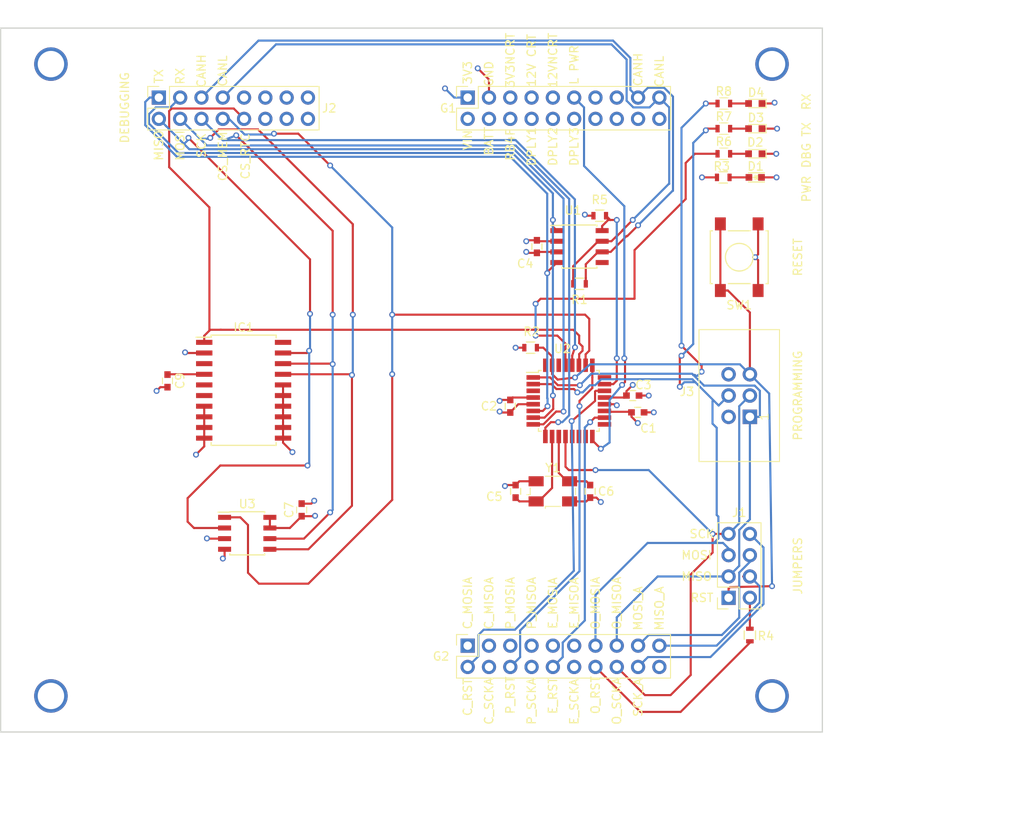
<source format=kicad_pcb>
(kicad_pcb (version 4) (host pcbnew 4.0.6)
  (layers (0 F.Cu signal) (1 GND power hide) (2 VCC power hide) (31 B.Cu signal) (34 B.Paste user) (35 F.Paste user) (36 B.SilkS user) (37 F.SilkS user) (38 B.Mask user) (39 F.Mask user) (44 Edge.Cuts user))
  (net 0 "")
  (net 1 GND)
  (net 2 +3V3)
  (net 3 "Net-(C5-Pad2)")
  (net 4 "Net-(C6-Pad2)")
  (net 5 "Net-(D1-Pad2)")
  (net 6 /VIN)
  (net 7 /BATT)
  (net 8 /3V3NONCRIT)
  (net 9 /RB4FLIGHT)
  (net 10 /12VCRIT)
  (net 11 /DEPLOY1)
  (net 12 /12VNONCRIT)
  (net 13 /DEPLOY2)
  (net 14 /LOPWR)
  (net 15 /DEPLOY3)
  (net 16 "Net-(G1-Pad13)")
  (net 17 "Net-(G1-Pad14)")
  (net 18 "Net-(G1-Pad15)")
  (net 19 "Net-(G1-Pad16)")
  (net 20 "Net-(G1-Pad18)")
  (net 21 "Net-(G1-Pad20)")
  (net 22 /COM_MOSI_A)
  (net 23 /COM_RST)
  (net 24 /COM_MISO_A)
  (net 25 /COM_SCK_A)
  (net 26 /PAY_MOSI_A)
  (net 27 /PAY_RST)
  (net 28 /PAY_MISO_A)
  (net 29 /PAY_SCK_A)
  (net 30 /EPS_MOSI_A)
  (net 31 /EPS_RST)
  (net 32 /EPS_MISO_A)
  (net 33 /EPS_SCK_A)
  (net 34 /MOSI_A_COMMON)
  (net 35 /SCK_A_COMMON)
  (net 36 /MISO_A_COMMON)
  (net 37 "Net-(G2-Pad20)")
  (net 38 /RST)
  (net 39 /MISO_A)
  (net 40 /MOSI_A)
  (net 41 /SCK_A)
  (net 42 /TX_CAN)
  (net 43 /MISO)
  (net 44 /RX_CAN)
  (net 45 /MOSI)
  (net 46 /SCK)
  (net 47 "Net-(J2-Pad9)")
  (net 48 "Net-(J2-Pad11)")
  (net 49 "Net-(J2-Pad12)")
  (net 50 "Net-(J2-Pad13)")
  (net 51 "Net-(J2-Pad14)")
  (net 52 "Net-(J2-Pad15)")
  (net 53 "Net-(J2-Pad16)")
  (net 54 /CANH)
  (net 55 /CANL)
  (net 56 /OBC_RST)
  (net 57 "Net-(U1-Pad5)")
  (net 58 "Net-(U2-Pad3)")
  (net 59 "Net-(U2-Pad13)")
  (net 60 "Net-(U2-Pad14)")
  (net 61 "Net-(U2-Pad15)")
  (net 62 "Net-(U2-Pad24)")
  (net 63 "Net-(U2-Pad30)")
  (net 64 "Net-(U2-Pad32)")
  (net 65 "Net-(J1-Pad2)")
  (net 66 /CAN_LPWR)
  (net 67 "Net-(D2-Pad2)")
  (net 68 "Net-(D3-Pad2)")
  (net 69 "Net-(D4-Pad2)")
  (net 70 /CS_RTC)
  (net 71 "Net-(IC1-Pad3)")
  (net 72 "Net-(IC1-Pad5)")
  (net 73 "Net-(IC1-Pad6)")
  (net 74 /LED1)
  (net 75 "Net-(U2-Pad17)")
  (net 76 /CS_MEM)
  (module Housings_QFP:TQFP-32_7x7mm_Pitch0.8mm (layer F.Cu) (at 167.767 94.488)
    (fp_text reference U2 (at -0.762 -6.223) (layer F.SilkS))
    (fp_text value ATMEGA32M1-MU)
    (pad 1 smd rect (at -4.25 -2.8) (size 1.6 0.55) (layers F.Cu F.Paste F.Mask) (net 39 /MISO_A))
    (pad 2 smd rect (at -4.25 -2) (size 1.6 0.55) (layers F.Cu F.Paste F.Mask) (net 40 /MOSI_A))
    (pad 3 smd rect (at -4.25 -1.2) (size 1.6 0.55) (layers F.Cu F.Paste F.Mask) (net 58 "Net-(U2-Pad3)"))
    (pad 4 smd rect (at -4.25 -0.4) (size 1.6 0.55) (layers F.Cu F.Paste F.Mask) (net 2 +3V3))
    (pad 5 smd rect (at -4.25 0.4) (size 1.6 0.55) (layers F.Cu F.Paste F.Mask) (net 1 GND))
    (pad 6 smd rect (at -4.25 1.2) (size 1.6 0.55) (layers F.Cu F.Paste F.Mask) (net 42 /TX_CAN))
    (pad 7 smd rect (at -4.25 2) (size 1.6 0.55) (layers F.Cu F.Paste F.Mask) (net 44 /RX_CAN))
    (pad 8 smd rect (at -4.25 2.8) (size 1.6 0.55) (layers F.Cu F.Paste F.Mask) (net 43 /MISO))
    (pad 9 smd rect (at -2.8 4.25 90) (size 1.6 0.55) (layers F.Cu F.Paste F.Mask) (net 45 /MOSI))
    (pad 10 smd rect (at -2 4.25 90) (size 1.6 0.55) (layers F.Cu F.Paste F.Mask) (net 3 "Net-(C5-Pad2)"))
    (pad 11 smd rect (at -1.2 4.25 90) (size 1.6 0.55) (layers F.Cu F.Paste F.Mask) (net 4 "Net-(C6-Pad2)"))
    (pad 12 smd rect (at -0.4 4.25 90) (size 1.6 0.55) (layers F.Cu F.Paste F.Mask) (net 41 /SCK_A))
    (pad 13 smd rect (at 0.4 4.25 90) (size 1.6 0.55) (layers F.Cu F.Paste F.Mask) (net 59 "Net-(U2-Pad13)"))
    (pad 14 smd rect (at 1.2 4.25 90) (size 1.6 0.55) (layers F.Cu F.Paste F.Mask) (net 60 "Net-(U2-Pad14)"))
    (pad 15 smd rect (at 2 4.25 90) (size 1.6 0.55) (layers F.Cu F.Paste F.Mask) (net 61 "Net-(U2-Pad15)"))
    (pad 16 smd rect (at 2.8 4.25 90) (size 1.6 0.55) (layers F.Cu F.Paste F.Mask) (net 14 /LOPWR))
    (pad 17 smd rect (at 4.25 2.8) (size 1.6 0.55) (layers F.Cu F.Paste F.Mask) (net 75 "Net-(U2-Pad17)"))
    (pad 18 smd rect (at 4.25 2) (size 1.6 0.55) (layers F.Cu F.Paste F.Mask) (net 31 /EPS_RST))
    (pad 19 smd rect (at 4.25 1.2) (size 1.6 0.55) (layers F.Cu F.Paste F.Mask) (net 2 +3V3))
    (pad 20 smd rect (at 4.25 0.4) (size 1.6 0.55) (layers F.Cu F.Paste F.Mask) (net 1 GND))
    (pad 21 smd rect (at 4.25 -0.4) (size 1.6 0.55) (layers F.Cu F.Paste F.Mask) (net 2 +3V3))
    (pad 22 smd rect (at 4.25 -1.2) (size 1.6 0.55) (layers F.Cu F.Paste F.Mask) (net 23 /COM_RST))
    (pad 23 smd rect (at 4.25 -2) (size 1.6 0.55) (layers F.Cu F.Paste F.Mask) (net 66 /CAN_LPWR))
    (pad 24 smd rect (at 4.25 -2.8) (size 1.6 0.55) (layers F.Cu F.Paste F.Mask) (net 62 "Net-(U2-Pad24)"))
    (pad 25 smd rect (at 2.8 -4.25 90) (size 1.6 0.55) (layers F.Cu F.Paste F.Mask) (net 27 /PAY_RST))
    (pad 26 smd rect (at 2 -4.25 90) (size 1.6 0.55) (layers F.Cu F.Paste F.Mask) (net 76 /CS_MEM))
    (pad 27 smd rect (at 1.2 -4.25 90) (size 1.6 0.55) (layers F.Cu F.Paste F.Mask) (net 70 /CS_RTC))
    (pad 28 smd rect (at 0.4 -4.25 90) (size 1.6 0.55) (layers F.Cu F.Paste F.Mask) (net 46 /SCK))
    (pad 29 smd rect (at -0.4 -4.25 90) (size 1.6 0.55) (layers F.Cu F.Paste F.Mask) (net 74 /LED1))
    (pad 30 smd rect (at -1.2 -4.25 90) (size 1.6 0.55) (layers F.Cu F.Paste F.Mask) (net 63 "Net-(U2-Pad30)"))
    (pad 31 smd rect (at -2 -4.25 90) (size 1.6 0.55) (layers F.Cu F.Paste F.Mask) (net 38 /RST))
    (pad 32 smd rect (at -2.8 -4.25 90) (size 1.6 0.55) (layers F.Cu F.Paste F.Mask) (net 64 "Net-(U2-Pad32)"))
  )
  (module Resistors_SMD:R_0603 (layer F.Cu) (at 171.45 72.39)
    (fp_text reference R5 (at 0 -1.9 180) (layer F.SilkS))
    (fp_text value 1K)
    (pad 1 smd rect (at -0.75 0) (size 0.5 0.9) (layers F.Cu F.Paste F.Mask) (net 1 GND))
    (pad 2 smd rect (at 0.75 0) (size 0.5 0.9) (layers F.Cu F.Paste F.Mask) (net 66 /CAN_LPWR))
  )
  (module Socket_Strips:Socket_Strip_Straight_2x10_Pitch2.54mm (layer F.Cu) (at 155.702 123.698 90)
    (fp_text reference G2 (at -1.27 -3.175 180) (layer F.SilkS))
    (fp_text value "GENERAL CONN 2")
    (pad 1 thru_hole rect (at 0 0 90) (size 1.7 1.7) (drill 1) (layers *.Cu *.Mask) (net 22 /COM_MOSI_A))
    (pad 2 thru_hole oval (at -2.54 0 90) (size 1.7 1.7) (drill 1) (layers *.Cu *.Mask) (net 23 /COM_RST))
    (pad 3 thru_hole oval (at 0 2.54 90) (size 1.7 1.7) (drill 1) (layers *.Cu *.Mask) (net 24 /COM_MISO_A))
    (pad 4 thru_hole oval (at -2.54 2.54 90) (size 1.7 1.7) (drill 1) (layers *.Cu *.Mask) (net 25 /COM_SCK_A))
    (pad 5 thru_hole oval (at 0 5.08 90) (size 1.7 1.7) (drill 1) (layers *.Cu *.Mask) (net 26 /PAY_MOSI_A))
    (pad 6 thru_hole oval (at -2.54 5.08 90) (size 1.7 1.7) (drill 1) (layers *.Cu *.Mask) (net 27 /PAY_RST))
    (pad 7 thru_hole oval (at 0 7.62 90) (size 1.7 1.7) (drill 1) (layers *.Cu *.Mask) (net 28 /PAY_MISO_A))
    (pad 8 thru_hole oval (at -2.54 7.62 90) (size 1.7 1.7) (drill 1) (layers *.Cu *.Mask) (net 29 /PAY_SCK_A))
    (pad 9 thru_hole oval (at 0 10.16 90) (size 1.7 1.7) (drill 1) (layers *.Cu *.Mask) (net 30 /EPS_MOSI_A))
    (pad 10 thru_hole oval (at -2.54 10.16 90) (size 1.7 1.7) (drill 1) (layers *.Cu *.Mask) (net 31 /EPS_RST))
    (pad 11 thru_hole oval (at 0 12.7 90) (size 1.7 1.7) (drill 1) (layers *.Cu *.Mask) (net 32 /EPS_MISO_A))
    (pad 12 thru_hole oval (at -2.54 12.7 90) (size 1.7 1.7) (drill 1) (layers *.Cu *.Mask) (net 33 /EPS_SCK_A))
    (pad 13 thru_hole oval (at 0 15.24 90) (size 1.7 1.7) (drill 1) (layers *.Cu *.Mask) (net 40 /MOSI_A))
    (pad 14 thru_hole oval (at -2.54 15.24 90) (size 1.7 1.7) (drill 1) (layers *.Cu *.Mask) (net 56 /OBC_RST))
    (pad 15 thru_hole oval (at 0 17.78 90) (size 1.7 1.7) (drill 1) (layers *.Cu *.Mask) (net 39 /MISO_A))
    (pad 16 thru_hole oval (at -2.54 17.78 90) (size 1.7 1.7) (drill 1) (layers *.Cu *.Mask) (net 41 /SCK_A))
    (pad 17 thru_hole oval (at 0 20.32 90) (size 1.7 1.7) (drill 1) (layers *.Cu *.Mask) (net 34 /MOSI_A_COMMON))
    (pad 18 thru_hole oval (at -2.54 20.32 90) (size 1.7 1.7) (drill 1) (layers *.Cu *.Mask) (net 35 /SCK_A_COMMON))
    (pad 19 thru_hole oval (at 0 22.86 90) (size 1.7 1.7) (drill 1) (layers *.Cu *.Mask) (net 36 /MISO_A_COMMON))
    (pad 20 thru_hole oval (at -2.54 22.86 90) (size 1.7 1.7) (drill 1) (layers *.Cu *.Mask) (net 37 "Net-(G2-Pad20)"))
  )
  (module Socket_Strips:Socket_Strip_Straight_2x10_Pitch2.54mm (layer F.Cu) (at 155.702 58.293 90)
    (fp_text reference G1 (at -1.27 -2.33 180) (layer F.SilkS))
    (fp_text value "GENERAL CONN 1")
    (pad 1 thru_hole rect (at 0 0 90) (size 1.7 1.7) (drill 1) (layers *.Cu *.Mask) (net 2 +3V3))
    (pad 2 thru_hole oval (at -2.54 0 90) (size 1.7 1.7) (drill 1) (layers *.Cu *.Mask) (net 6 /VIN))
    (pad 3 thru_hole oval (at 0 2.54 90) (size 1.7 1.7) (drill 1) (layers *.Cu *.Mask) (net 1 GND))
    (pad 4 thru_hole oval (at -2.54 2.54 90) (size 1.7 1.7) (drill 1) (layers *.Cu *.Mask) (net 7 /BATT))
    (pad 5 thru_hole oval (at 0 5.08 90) (size 1.7 1.7) (drill 1) (layers *.Cu *.Mask) (net 8 /3V3NONCRIT))
    (pad 6 thru_hole oval (at -2.54 5.08 90) (size 1.7 1.7) (drill 1) (layers *.Cu *.Mask) (net 9 /RB4FLIGHT))
    (pad 7 thru_hole oval (at 0 7.62 90) (size 1.7 1.7) (drill 1) (layers *.Cu *.Mask) (net 10 /12VCRIT))
    (pad 8 thru_hole oval (at -2.54 7.62 90) (size 1.7 1.7) (drill 1) (layers *.Cu *.Mask) (net 11 /DEPLOY1))
    (pad 9 thru_hole oval (at 0 10.16 90) (size 1.7 1.7) (drill 1) (layers *.Cu *.Mask) (net 12 /12VNONCRIT))
    (pad 10 thru_hole oval (at -2.54 10.16 90) (size 1.7 1.7) (drill 1) (layers *.Cu *.Mask) (net 13 /DEPLOY2))
    (pad 11 thru_hole oval (at 0 12.7 90) (size 1.7 1.7) (drill 1) (layers *.Cu *.Mask) (net 14 /LOPWR))
    (pad 12 thru_hole oval (at -2.54 12.7 90) (size 1.7 1.7) (drill 1) (layers *.Cu *.Mask) (net 15 /DEPLOY3))
    (pad 13 thru_hole oval (at 0 15.24 90) (size 1.7 1.7) (drill 1) (layers *.Cu *.Mask) (net 16 "Net-(G1-Pad13)"))
    (pad 14 thru_hole oval (at -2.54 15.24 90) (size 1.7 1.7) (drill 1) (layers *.Cu *.Mask) (net 17 "Net-(G1-Pad14)"))
    (pad 15 thru_hole oval (at 0 17.78 90) (size 1.7 1.7) (drill 1) (layers *.Cu *.Mask) (net 18 "Net-(G1-Pad15)"))
    (pad 16 thru_hole oval (at -2.54 17.78 90) (size 1.7 1.7) (drill 1) (layers *.Cu *.Mask) (net 19 "Net-(G1-Pad16)"))
    (pad 17 thru_hole oval (at 0 20.32 90) (size 1.7 1.7) (drill 1) (layers *.Cu *.Mask) (net 54 /CANH))
    (pad 18 thru_hole oval (at -2.54 20.32 90) (size 1.7 1.7) (drill 1) (layers *.Cu *.Mask) (net 20 "Net-(G1-Pad18)"))
    (pad 19 thru_hole oval (at 0 22.86 90) (size 1.7 1.7) (drill 1) (layers *.Cu *.Mask) (net 55 /CANL))
    (pad 20 thru_hole oval (at -2.54 22.86 90) (size 1.7 1.7) (drill 1) (layers *.Cu *.Mask) (net 21 "Net-(G1-Pad20)"))
  )
  (module Connectors:IDC_Header_Straight_6pins (layer F.Cu) (at 189.357 96.393 90)
    (fp_text reference J3 (at 3 -7.5 180) (layer F.SilkS))
    (fp_text value "PROGRAMMING PORT")
    (fp_text user 1 (at 0.02 1.72 90) (layer F.SilkS) (effects (font (thickness 0.12))))
    (pad 1 thru_hole rect (at 0 0 90) (size 1.7272 1.7272) (drill 1.016) (layers *.Cu *.Mask) (net 39 /MISO_A))
    (pad 2 thru_hole oval (at 0 -2.54 90) (size 1.7272 1.7272) (drill 1.016) (layers *.Cu *.Mask) (net 2 +3V3))
    (pad 3 thru_hole oval (at 2.54 0 90) (size 1.7272 1.7272) (drill 1.016) (layers *.Cu *.Mask) (net 41 /SCK_A))
    (pad 4 thru_hole oval (at 2.54 -2.54 90) (size 1.7272 1.7272) (drill 1.016) (layers *.Cu *.Mask) (net 40 /MOSI_A))
    (pad 5 thru_hole oval (at 5.08 0 90) (size 1.7272 1.7272) (drill 1.016) (layers *.Cu *.Mask) (net 38 /RST))
    (pad 6 thru_hole oval (at 5.08 -2.54 90) (size 1.7272 1.7272) (drill 1.016) (layers *.Cu *.Mask) (net 1 GND))
  )
  (module Buttons_Switches_SMD:SW_SPST_B3S-1000 (layer F.Cu) (at 188.087 77.343 90)
    (fp_text reference SW1 (at -5.715 0 180) (layer F.SilkS))
    (fp_text value SW_RST)
    (pad 1 smd rect (at -3.975 -2.25 90) (size 1.55 1.3) (layers F.Cu F.Paste F.Mask) (net 38 /RST))
    (pad 1 smd rect (at 3.975 -2.25 90) (size 1.55 1.3) (layers F.Cu F.Paste F.Mask) (net 38 /RST))
    (pad 2 smd rect (at -3.975 2.25 90) (size 1.55 1.3) (layers F.Cu F.Paste F.Mask) (net 1 GND))
    (pad 2 smd rect (at 3.975 2.25 90) (size 1.55 1.3) (layers F.Cu F.Paste F.Mask) (net 1 GND))
  )
  (module Socket_Strips:Socket_Strip_Straight_2x04_Pitch2.54mm (layer F.Cu) (at 186.817 117.983 180)
    (fp_text reference J1 (at -1.27 10.16 180) (layer F.SilkS))
    (fp_text value RST_JMP)
    (pad 1 thru_hole rect (at 0 0 180) (size 1.7 1.7) (drill 1) (layers *.Cu *.Mask) (net 38 /RST))
    (pad 2 thru_hole oval (at -2.54 0 180) (size 1.7 1.7) (drill 1) (layers *.Cu *.Mask) (net 65 "Net-(J1-Pad2)"))
    (pad 3 thru_hole oval (at 0 2.54 180) (size 1.7 1.7) (drill 1) (layers *.Cu *.Mask) (net 39 /MISO_A))
    (pad 4 thru_hole oval (at -2.54 2.54 180) (size 1.7 1.7) (drill 1) (layers *.Cu *.Mask) (net 36 /MISO_A_COMMON))
    (pad 5 thru_hole oval (at 0 5.08 180) (size 1.7 1.7) (drill 1) (layers *.Cu *.Mask) (net 40 /MOSI_A))
    (pad 6 thru_hole oval (at -2.54 5.08 180) (size 1.7 1.7) (drill 1) (layers *.Cu *.Mask) (net 34 /MOSI_A_COMMON))
    (pad 7 thru_hole oval (at 0 7.62 180) (size 1.7 1.7) (drill 1) (layers *.Cu *.Mask) (net 41 /SCK_A))
    (pad 8 thru_hole oval (at -2.54 7.62 180) (size 1.7 1.7) (drill 1) (layers *.Cu *.Mask) (net 35 /SCK_A_COMMON))
  )
  (module Capacitors_SMD:C_0603 (layer F.Cu) (at 175.987 95.858 180)
    (fp_text reference C1 (at -1.27 -1.9 180) (layer F.SilkS))
    (fp_text value "0.1 uF")
    (pad 1 smd rect (at -0.75 0 180) (size 0.8 0.75) (layers F.Cu F.Paste F.Mask) (net 1 GND))
    (pad 2 smd rect (at 0.75 0 180) (size 0.8 0.75) (layers F.Cu F.Paste F.Mask) (net 2 +3V3))
  )
  (module Capacitors_SMD:C_0603 (layer F.Cu) (at 160.782 95.123 90)
    (fp_text reference C2 (at 0 -2.54 180) (layer F.SilkS))
    (fp_text value "0.1 uF")
    (pad 1 smd rect (at -0.75 0 90) (size 0.8 0.75) (layers F.Cu F.Paste F.Mask) (net 1 GND))
    (pad 2 smd rect (at 0.75 0 90) (size 0.8 0.75) (layers F.Cu F.Paste F.Mask) (net 2 +3V3))
  )
  (module Capacitors_SMD:C_0603 (layer F.Cu) (at 175.387 93.853 180)
    (fp_text reference C3 (at -1.27 1.27 180) (layer F.SilkS))
    (fp_text value "0.1 uF")
    (pad 1 smd rect (at -0.75 0 180) (size 0.8 0.75) (layers F.Cu F.Paste F.Mask) (net 1 GND))
    (pad 2 smd rect (at 0.75 0 180) (size 0.8 0.75) (layers F.Cu F.Paste F.Mask) (net 2 +3V3))
  )
  (module Capacitors_SMD:C_0603 (layer F.Cu) (at 163.957 76.073 90)
    (fp_text reference C4 (at -2.032 -1.397 180) (layer F.SilkS))
    (fp_text value 0.1uF)
    (pad 1 smd rect (at -0.75 0 90) (size 0.8 0.75) (layers F.Cu F.Paste F.Mask) (net 2 +3V3))
    (pad 2 smd rect (at 0.75 0 90) (size 0.8 0.75) (layers F.Cu F.Paste F.Mask) (net 1 GND))
  )
  (module Capacitors_SMD:C_0603 (layer F.Cu) (at 161.417 105.283 270)
    (fp_text reference C5 (at 0.635 2.54 360) (layer F.SilkS))
    (fp_text value 22pF)
    (pad 1 smd rect (at -0.75 0 270) (size 0.8 0.75) (layers F.Cu F.Paste F.Mask) (net 1 GND))
    (pad 2 smd rect (at 0.75 0 270) (size 0.8 0.75) (layers F.Cu F.Paste F.Mask) (net 3 "Net-(C5-Pad2)"))
  )
  (module Capacitors_SMD:C_0603 (layer F.Cu) (at 170.307 105.283 90)
    (fp_text reference C6 (at 0 1.905 180) (layer F.SilkS))
    (fp_text value 22pF)
    (pad 1 smd rect (at -0.75 0 90) (size 0.8 0.75) (layers F.Cu F.Paste F.Mask) (net 1 GND))
    (pad 2 smd rect (at 0.75 0 90) (size 0.8 0.75) (layers F.Cu F.Paste F.Mask) (net 4 "Net-(C6-Pad2)"))
  )
  (module LEDs:LED_0603 (layer F.Cu) (at 189.992 67.818 180)
    (fp_text reference D1 (at -0.0508 1.3208 360) (layer F.SilkS))
    (fp_text value PWR_LED)
    (pad 2 smd rect (at 0.7493 0) (size 0.79756 0.79756) (layers F.Cu F.Paste F.Mask) (net 5 "Net-(D1-Pad2)"))
    (pad 1 smd rect (at -0.7493 0) (size 0.79756 0.79756) (layers F.Cu F.Paste F.Mask) (net 1 GND))
  )
  (module Socket_Strips:Socket_Strip_Straight_2x08_Pitch2.54mm (layer F.Cu) (at 118.872 58.293 90)
    (fp_text reference J2 (at -1.27 20.32 180) (layer F.SilkS))
    (fp_text value "DEBUG CONN")
    (pad 1 thru_hole rect (at 0 0 90) (size 1.7 1.7) (drill 1) (layers *.Cu *.Mask) (net 42 /TX_CAN))
    (pad 2 thru_hole oval (at -2.54 0 90) (size 1.7 1.7) (drill 1) (layers *.Cu *.Mask) (net 43 /MISO))
    (pad 3 thru_hole oval (at 0 2.54 90) (size 1.7 1.7) (drill 1) (layers *.Cu *.Mask) (net 44 /RX_CAN))
    (pad 4 thru_hole oval (at -2.54 2.54 90) (size 1.7 1.7) (drill 1) (layers *.Cu *.Mask) (net 45 /MOSI))
    (pad 5 thru_hole oval (at 0 5.08 90) (size 1.7 1.7) (drill 1) (layers *.Cu *.Mask) (net 54 /CANH))
    (pad 6 thru_hole oval (at -2.54 5.08 90) (size 1.7 1.7) (drill 1) (layers *.Cu *.Mask) (net 46 /SCK))
    (pad 7 thru_hole oval (at 0 7.62 90) (size 1.7 1.7) (drill 1) (layers *.Cu *.Mask) (net 55 /CANL))
    (pad 8 thru_hole oval (at -2.54 7.62 90) (size 1.7 1.7) (drill 1) (layers *.Cu *.Mask) (net 76 /CS_MEM))
    (pad 9 thru_hole oval (at 0 10.16 90) (size 1.7 1.7) (drill 1) (layers *.Cu *.Mask) (net 47 "Net-(J2-Pad9)"))
    (pad 10 thru_hole oval (at -2.54 10.16 90) (size 1.7 1.7) (drill 1) (layers *.Cu *.Mask) (net 70 /CS_RTC))
    (pad 11 thru_hole oval (at 0 12.7 90) (size 1.7 1.7) (drill 1) (layers *.Cu *.Mask) (net 48 "Net-(J2-Pad11)"))
    (pad 12 thru_hole oval (at -2.54 12.7 90) (size 1.7 1.7) (drill 1) (layers *.Cu *.Mask) (net 49 "Net-(J2-Pad12)"))
    (pad 13 thru_hole oval (at 0 15.24 90) (size 1.7 1.7) (drill 1) (layers *.Cu *.Mask) (net 50 "Net-(J2-Pad13)"))
    (pad 14 thru_hole oval (at -2.54 15.24 90) (size 1.7 1.7) (drill 1) (layers *.Cu *.Mask) (net 51 "Net-(J2-Pad14)"))
    (pad 15 thru_hole oval (at 0 17.78 90) (size 1.7 1.7) (drill 1) (layers *.Cu *.Mask) (net 52 "Net-(J2-Pad15)"))
    (pad 16 thru_hole oval (at -2.54 17.78 90) (size 1.7 1.7) (drill 1) (layers *.Cu *.Mask) (net 53 "Net-(J2-Pad16)"))
  )
  (module Resistors_SMD:R_0603 (layer F.Cu) (at 169.037 80.518 180)
    (fp_text reference R1 (at 0 -1.9 180) (layer F.SilkS))
    (fp_text value 120R)
    (pad 1 smd rect (at -0.75 0 180) (size 0.5 0.9) (layers F.Cu F.Paste F.Mask) (net 54 /CANH))
    (pad 2 smd rect (at 0.75 0 180) (size 0.5 0.9) (layers F.Cu F.Paste F.Mask) (net 55 /CANL))
  )
  (module Resistors_SMD:R_0603 (layer F.Cu) (at 163.207 88.138)
    (fp_text reference R2 (at 0.115 -1.905) (layer F.SilkS))
    (fp_text value 10K)
    (pad 1 smd rect (at -0.75 0) (size 0.5 0.9) (layers F.Cu F.Paste F.Mask) (net 2 +3V3))
    (pad 2 smd rect (at 0.75 0) (size 0.5 0.9) (layers F.Cu F.Paste F.Mask) (net 38 /RST))
  )
  (module Resistors_SMD:R_0603 (layer F.Cu) (at 186.182 67.818)
    (fp_text reference R3 (at -0.182 -1.318 180) (layer F.SilkS))
    (fp_text value 120R)
    (pad 1 smd rect (at -0.75 0) (size 0.5 0.9) (layers F.Cu F.Paste F.Mask) (net 2 +3V3))
    (pad 2 smd rect (at 0.75 0) (size 0.5 0.9) (layers F.Cu F.Paste F.Mask) (net 5 "Net-(D1-Pad2)"))
  )
  (module Resistors_SMD:R_0603 (layer F.Cu) (at 189.357 122.428 90)
    (fp_text reference R4 (at -0.115 1.905 180) (layer F.SilkS))
    (fp_text value 120R)
    (pad 1 smd rect (at -0.75 0 90) (size 0.5 0.9) (layers F.Cu F.Paste F.Mask) (net 56 /OBC_RST))
    (pad 2 smd rect (at 0.75 0 90) (size 0.5 0.9) (layers F.Cu F.Paste F.Mask) (net 65 "Net-(J1-Pad2)"))
  )
  (module Housings_SOIC:SOIC-8_3.9x4.9mm_Pitch1.27mm (layer F.Cu) (at 169.037 76.073)
    (fp_text reference U1 (at -0.762 -4.318) (layer F.SilkS))
    (fp_text value SN65HVD230)
    (pad 1 smd rect (at -2.7 -1.905) (size 1.55 0.6) (layers F.Cu F.Paste F.Mask) (net 44 /RX_CAN))
    (pad 2 smd rect (at -2.7 -0.635) (size 1.55 0.6) (layers F.Cu F.Paste F.Mask) (net 1 GND))
    (pad 3 smd rect (at -2.7 0.635) (size 1.55 0.6) (layers F.Cu F.Paste F.Mask) (net 2 +3V3))
    (pad 4 smd rect (at -2.7 1.905) (size 1.55 0.6) (layers F.Cu F.Paste F.Mask) (net 42 /TX_CAN))
    (pad 5 smd rect (at 2.7 1.905) (size 1.55 0.6) (layers F.Cu F.Paste F.Mask) (net 57 "Net-(U1-Pad5)"))
    (pad 6 smd rect (at 2.7 0.635) (size 1.55 0.6) (layers F.Cu F.Paste F.Mask) (net 54 /CANH))
    (pad 7 smd rect (at 2.7 -0.635) (size 1.55 0.6) (layers F.Cu F.Paste F.Mask) (net 55 /CANL))
    (pad 8 smd rect (at 2.7 -1.905) (size 1.55 0.6) (layers F.Cu F.Paste F.Mask) (net 66 /CAN_LPWR))
  )
  (module Crystals:Crystal_SMD_Abracon_ABM3B-4pin_5.0x3.2mm (layer F.Cu) (at 165.862 105.283)
    (fp_text reference Y1 (at 0 -2.8) (layer F.SilkS))
    (fp_text value 8MHz)
    (pad 1 smd rect (at -2 1.2) (size 1.8 1.2) (layers F.Cu F.Mask) (net 3 "Net-(C5-Pad2)"))
    (pad 2 smd rect (at 2 1.2) (size 1.8 1.2) (layers F.Cu F.Mask) (net 1 GND))
    (pad 3 smd rect (at 2 -1.2) (size 1.8 1.2) (layers F.Cu F.Mask) (net 4 "Net-(C6-Pad2)"))
    (pad 4 smd rect (at -2 -1.2) (size 1.8 1.2) (layers F.Cu F.Mask) (net 1 GND))
  )
  (module Capacitors_SMD:C_0603 (layer F.Cu) (at 135.9 107.5 90)
    (fp_text reference C7 (at 0 -1.5 90) (layer F.SilkS))
    (fp_text value 100nF)
    (pad 2 smd rect (at 0.75 0 90) (size 0.8 0.75) (layers F.Cu F.Paste F.Mask) (net 1 GND))
    (pad 1 smd rect (at -0.75 0 90) (size 0.8 0.75) (layers F.Cu F.Paste F.Mask) (net 2 +3V3))
  )
  (module Capacitors_SMD:C_0603 (layer F.Cu) (at 119.9 92.1 270)
    (fp_text reference C9 (at 0 -1.5 270) (layer F.SilkS))
    (fp_text value 100nF)
    (pad 2 smd rect (at 0.75 0 270) (size 0.8 0.75) (layers F.Cu F.Paste F.Mask) (net 1 GND))
    (pad 1 smd rect (at -0.75 0 270) (size 0.8 0.75) (layers F.Cu F.Paste F.Mask) (net 2 +3V3))
  )
  (module LEDs:LED_0603 (layer F.Cu) (at 190 65 180)
    (fp_text reference D2 (at 0 1.3716 180) (layer F.SilkS))
    (fp_text value LED_1)
    (pad 2 smd rect (at 0.8 0) (size 0.8 0.8) (layers F.Cu F.Paste F.Mask) (net 67 "Net-(D2-Pad2)"))
    (pad 1 smd rect (at -0.8 0) (size 0.8 0.8) (layers F.Cu F.Paste F.Mask) (net 1 GND))
  )
  (module LEDs:LED_0603 (layer F.Cu) (at 190 62 180)
    (fp_text reference D3 (at -0.0762 1.2954 180) (layer F.SilkS))
    (fp_text value LED_TX)
    (pad 2 smd rect (at 0.8 0) (size 0.8 0.8) (layers F.Cu F.Paste F.Mask) (net 68 "Net-(D3-Pad2)"))
    (pad 1 smd rect (at -0.8 0) (size 0.8 0.8) (layers F.Cu F.Paste F.Mask) (net 1 GND))
  )
  (module LEDs:LED_0603 (layer F.Cu) (at 190 59 180)
    (fp_text reference D4 (at -0.1 1.3 180) (layer F.SilkS))
    (fp_text value LED_RX)
    (pad 2 smd rect (at 0.8 0) (size 0.8 0.8) (layers F.Cu F.Paste F.Mask) (net 69 "Net-(D4-Pad2)"))
    (pad 1 smd rect (at -0.8 0) (size 0.8 0.8) (layers F.Cu F.Paste F.Mask) (net 1 GND))
  )
  (module Housings_SOIC:SOIC-20W_7.5x12.8mm_Pitch1.27mm (layer F.Cu) (at 128.9812 93.218)
    (fp_text reference IC1 (at 0 -7.5) (layer F.SilkS))
    (fp_text value DS3234)
    (pad 1 smd rect (at -4.7 -5.715) (size 1.95 0.6) (layers F.Cu F.Paste F.Mask) (net 70 /CS_RTC))
    (pad 2 smd rect (at -4.7 -4.445) (size 1.95 0.6) (layers F.Cu F.Paste F.Mask) (net 1 GND))
    (pad 3 smd rect (at -4.7 -3.175) (size 1.95 0.6) (layers F.Cu F.Paste F.Mask) (net 71 "Net-(IC1-Pad3)"))
    (pad 4 smd rect (at -4.7 -1.905) (size 1.95 0.6) (layers F.Cu F.Paste F.Mask) (net 2 +3V3))
    (pad 5 smd rect (at -4.7 -0.635) (size 1.95 0.6) (layers F.Cu F.Paste F.Mask) (net 72 "Net-(IC1-Pad5)"))
    (pad 6 smd rect (at -4.7 0.635) (size 1.95 0.6) (layers F.Cu F.Paste F.Mask) (net 73 "Net-(IC1-Pad6)"))
    (pad 7 smd rect (at -4.7 1.905) (size 1.95 0.6) (layers F.Cu F.Paste F.Mask) (net 1 GND))
    (pad 8 smd rect (at -4.7 3.175) (size 1.95 0.6) (layers F.Cu F.Paste F.Mask) (net 1 GND))
    (pad 9 smd rect (at -4.7 4.445) (size 1.95 0.6) (layers F.Cu F.Paste F.Mask) (net 1 GND))
    (pad 10 smd rect (at -4.7 5.715) (size 1.95 0.6) (layers F.Cu F.Paste F.Mask) (net 1 GND))
    (pad 11 smd rect (at 4.7 5.715) (size 1.95 0.6) (layers F.Cu F.Paste F.Mask) (net 1 GND))
    (pad 12 smd rect (at 4.7 4.445) (size 1.95 0.6) (layers F.Cu F.Paste F.Mask) (net 1 GND))
    (pad 13 smd rect (at 4.7 3.175) (size 1.95 0.6) (layers F.Cu F.Paste F.Mask) (net 1 GND))
    (pad 14 smd rect (at 4.7 1.905) (size 1.95 0.6) (layers F.Cu F.Paste F.Mask) (net 1 GND))
    (pad 15 smd rect (at 4.7 0.635) (size 1.95 0.6) (layers F.Cu F.Paste F.Mask) (net 1 GND))
    (pad 16 smd rect (at 4.7 -0.635) (size 1.95 0.6) (layers F.Cu F.Paste F.Mask) (net 1 GND))
    (pad 17 smd rect (at 4.7 -1.905) (size 1.95 0.6) (layers F.Cu F.Paste F.Mask) (net 45 /MOSI))
    (pad 18 smd rect (at 4.7 -3.175) (size 1.95 0.6) (layers F.Cu F.Paste F.Mask) (net 46 /SCK))
    (pad 19 smd rect (at 4.7 -4.445) (size 1.95 0.6) (layers F.Cu F.Paste F.Mask) (net 43 /MISO))
    (pad 20 smd rect (at 4.7 -5.715) (size 1.95 0.6) (layers F.Cu F.Paste F.Mask) (net 46 /SCK))
  )
  (module Resistors_SMD:R_0603 (layer F.Cu) (at 186.25 65)
    (fp_text reference R6 (at 0 -1.45) (layer F.SilkS))
    (fp_text value 120R)
    (pad 1 smd rect (at -0.75 0) (size 0.5 0.9) (layers F.Cu F.Paste F.Mask) (net 74 /LED1))
    (pad 2 smd rect (at 0.75 0) (size 0.5 0.9) (layers F.Cu F.Paste F.Mask) (net 67 "Net-(D2-Pad2)"))
  )
  (module Resistors_SMD:R_0603 (layer F.Cu) (at 186.25 62)
    (fp_text reference R7 (at 0 -1.45) (layer F.SilkS))
    (fp_text value 120R)
    (pad 1 smd rect (at -0.75 0) (size 0.5 0.9) (layers F.Cu F.Paste F.Mask) (net 40 /MOSI_A))
    (pad 2 smd rect (at 0.75 0) (size 0.5 0.9) (layers F.Cu F.Paste F.Mask) (net 68 "Net-(D3-Pad2)"))
  )
  (module Resistors_SMD:R_0603 (layer F.Cu) (at 186.25 59)
    (fp_text reference R8 (at 0 -1.45) (layer F.SilkS))
    (fp_text value 120R)
    (pad 1 smd rect (at -0.75 0) (size 0.5 0.9) (layers F.Cu F.Paste F.Mask) (net 39 /MISO_A))
    (pad 2 smd rect (at 0.75 0) (size 0.5 0.9) (layers F.Cu F.Paste F.Mask) (net 69 "Net-(D4-Pad2)"))
  )
  (module Housings_SOIC:SOIC-8_3.9x4.9mm_Pitch1.27mm (layer F.Cu) (at 129.4114 110.2908)
    (fp_text reference U3 (at 0 -3.5) (layer F.SilkS))
    (fp_text value SST25VF016B)
    (pad 1 smd rect (at -2.7 -1.905) (size 1.55 0.6) (layers F.Cu F.Paste F.Mask) (net 76 /CS_MEM))
    (pad 2 smd rect (at -2.7 -0.635) (size 1.55 0.6) (layers F.Cu F.Paste F.Mask) (net 43 /MISO))
    (pad 3 smd rect (at -2.7 0.635) (size 1.55 0.6) (layers F.Cu F.Paste F.Mask) (net 2 +3V3))
    (pad 4 smd rect (at -2.7 1.905) (size 1.55 0.6) (layers F.Cu F.Paste F.Mask) (net 1 GND))
    (pad 5 smd rect (at 2.7 1.905) (size 1.55 0.6) (layers F.Cu F.Paste F.Mask) (net 45 /MOSI))
    (pad 6 smd rect (at 2.7 0.635) (size 1.55 0.6) (layers F.Cu F.Paste F.Mask) (net 46 /SCK))
    (pad 7 smd rect (at 2.7 -0.635) (size 1.55 0.6) (layers F.Cu F.Paste F.Mask) (net 2 +3V3))
    (pad 8 smd rect (at 2.7 -1.905) (size 1.55 0.6) (layers F.Cu F.Paste F.Mask) (net 2 +3V3))
  )
  (gr_text RX (at 196.1 58.8 90) (layer F.SilkS) (effects (font (size 1 1))))
  (gr_text TX (at 196.1 62.1 90) (layer F.SilkS) (effects (font (size 1 1))))
  (gr_text "DBG\n" (at 196.1 65.2 90) (layer F.SilkS) (effects (font (size 1 1))))
  (gr_text "CS_RTC\n" (at 129.2 65.3 90) (layer F.SilkS) (effects (font (size 1 1))))
  (gr_text "CS_MEM\n" (at 126.5 65.3 90) (layer F.SilkS) (effects (font (size 1 1))))
  (gr_text RST (at 183.642 117.983) (layer F.SilkS) (effects (font (size 1 1))))
  (gr_text MISO (at 183.007 115.443) (layer F.SilkS) (effects (font (size 1 1))))
  (gr_text MOSI (at 183.007 112.903) (layer F.SilkS) (effects (font (size 1 1))))
  (gr_text SCK (at 183.642 110.363) (layer F.SilkS) (effects (font (size 1 1))))
  (gr_text MISO_A (at 178.562 119.253 90) (layer F.SilkS) (effects (font (size 1 1))))
  (gr_text CANL (at 126.492 55.118 90) (layer F.SilkS) (effects (font (size 1 1))))
  (gr_text CANH (at 123.952 55.118 90) (layer F.SilkS) (effects (font (size 1 1))))
  (gr_text RX (at 121.412 55.753 90) (layer F.SilkS) (effects (font (size 1 1))))
  (gr_text TX (at 118.872 55.753 90) (layer F.SilkS) (effects (font (size 1 1))))
  (gr_text SCK (at 123.952 64.008 90) (layer F.SilkS) (effects (font (size 1 1))))
  (gr_text MOSI (at 121.412 64.008 90) (layer F.SilkS) (effects (font (size 1 1))))
  (gr_text MISO (at 118.872 64.008 90) (layer F.SilkS) (effects (font (size 1 1))))
  (gr_text DEBUGGING (at 114.8 59.5 90) (layer F.SilkS) (effects (font (size 1 1))))
  (gr_text JUMPERS (at 195.072 114.173 90) (layer F.SilkS) (effects (font (size 1 1))))
  (gr_text RESET (at 195.072 77.343 90) (layer F.SilkS) (effects (font (size 1 1))))
  (gr_text PROGRAMMING (at 195.072 93.853 90) (layer F.SilkS) (effects (font (size 1 1))))
  (gr_text C_MOSIA (at 155.702 118.618 90) (layer F.SilkS) (effects (font (size 1 1))))
  (gr_text C_MISOA (at 158.242 118.618 90) (layer F.SilkS) (effects (font (size 1 1))))
  (gr_text P_MOSIA (at 160.782 118.618 90) (layer F.SilkS) (effects (font (size 1 1))))
  (gr_text P_MISOA (at 163.322 118.618 90) (layer F.SilkS) (effects (font (size 1 1))))
  (gr_text E_MOSIA (at 165.862 118.618 90) (layer F.SilkS) (effects (font (size 1 1))))
  (gr_text E_MISOA (at 168.402 118.618 90) (layer F.SilkS) (effects (font (size 1 1))))
  (gr_text O_MOSIA (at 170.942 118.618 90) (layer F.SilkS) (effects (font (size 1 1))))
  (gr_text O_MISOA (at 173.482 118.618 90) (layer F.SilkS) (effects (font (size 1 1))))
  (gr_text MOSI_A (at 176.022 119.253 90) (layer F.SilkS) (effects (font (size 1 1))))
  (gr_text SCK_A (at 176.022 127.508 90) (layer F.SilkS) (effects (font (size 1 1)) (justify right)))
  (gr_text O_SCKA (at 173.482 133.223 90) (layer F.SilkS) (effects (font (size 1 1)) (justify left)))
  (gr_text O_RST (at 170.942 131.953 90) (layer F.SilkS) (effects (font (size 1 1)) (justify left)))
  (gr_text E_SCKA (at 168.402 133.223 90) (layer F.SilkS) (effects (font (size 1 1)) (justify left)))
  (gr_text E_RST (at 165.862 131.953 90) (layer F.SilkS) (effects (font (size 1 1)) (justify left)))
  (gr_text P_SCKA (at 163.322 133.223 90) (layer F.SilkS) (effects (font (size 1 1)) (justify left)))
  (gr_text P_RST (at 160.782 131.953 90) (layer F.SilkS) (effects (font (size 1 1)) (justify left)))
  (gr_text C_SCKA (at 158.242 133.223 90) (layer F.SilkS) (effects (font (size 1 1)) (justify left)))
  (gr_text C_RST (at 155.702 127.508 90) (layer F.SilkS) (effects (font (size 1 1)) (justify right)))
  (gr_text CANH (at 176.022 57.023 90) (layer F.SilkS) (effects (font (size 1 1)) (justify left)))
  (gr_text CANL (at 178.562 53.213 90) (layer F.SilkS) (effects (font (size 1 1)) (justify right)))
  (gr_text "L PWR" (at 168.402 51.943 90) (layer F.SilkS) (effects (font (size 1 1)) (justify right)))
  (gr_text 12VNCRT (at 165.862 53.848 90) (layer F.SilkS) (effects (font (size 1 1))))
  (gr_text 3V3NCRT (at 160.782 53.848 90) (layer F.SilkS) (effects (font (size 1 1))))
  (gr_text "12V CRT" (at 163.322 53.848 90) (layer F.SilkS) (effects (font (size 1 1))))
  (gr_text DPLY3 (at 168.402 66.548 90) (layer F.SilkS) (effects (font (size 1 1)) (justify left)))
  (gr_text DPLY2 (at 165.862 66.548 90) (layer F.SilkS) (effects (font (size 1 1)) (justify left)))
  (gr_text DPLY1 (at 163.322 66.548 90) (layer F.SilkS) (effects (font (size 1 1)) (justify left)))
  (gr_text RB4F (at 160.782 65.913 90) (layer F.SilkS) (effects (font (size 1 1)) (justify left)))
  (gr_text BATT (at 158.242 65.278 90) (layer F.SilkS) (effects (font (size 1 1)) (justify left)))
  (gr_text VIN (at 155.702 64.643 90) (layer F.SilkS) (effects (font (size 1 1)) (justify left)))
  (gr_text 3V3 (at 155.702 53.848 90) (layer F.SilkS) (effects (font (size 1 1)) (justify right)))
  (gr_text GND (at 158.242 53.848 90) (layer F.SilkS) (effects (font (size 1 1)) (justify right)))
  (gr_text PWR (at 196.1 69.2 90) (layer F.SilkS) (effects (font (size 1 1))))
  (gr_line (start 100 134) (end 198 134) (angle 90) (layer Edge.Cuts) (width 0.15))
  (gr_line (start 100 50) (end 100 134) (angle 90) (layer Edge.Cuts) (width 0.15))
  (gr_line (start 198 50) (end 198 134) (angle 90) (layer Edge.Cuts) (width 0.15))
  (gr_line (start 100 50) (end 198 50) (angle 90) (layer Edge.Cuts) (width 0.15))
  (via (at 192 54.3) (size 4) (drill 3.15) (layers F.Cu B.Cu) (net 0))
  (via (at 192 129.7) (size 4) (drill 3.15) (layers F.Cu B.Cu) (net 0))
  (via (at 106 129.7) (size 4) (drill 3.15) (layers F.Cu B.Cu) (net 0))
  (via (at 106 54.3) (size 4) (drill 3.15) (layers F.Cu B.Cu) (net 0))
  (segment (start 190.8 59) (end 192.2 59) (width 0.25) (layer F.Cu) (net 1))
  (via (at 192.3 58.9) (size 0.7) (drill 0.4) (layers F.Cu B.Cu) (net 1))
  (segment (start 192.2 59) (end 192.3 58.9) (width 0.25) (layer F.Cu) (net 1))
  (segment (start 190.8 62) (end 192.6 62) (width 0.25) (layer F.Cu) (net 1))
  (segment (start 192.6 62) (end 192.5 62) (width 0.25) (layer B.Cu) (net 1))
  (via (at 192.6 62) (size 0.7) (drill 0.4) (layers F.Cu B.Cu) (net 1))
  (segment (start 190.8 65) (end 192.5 65) (width 0.25) (layer F.Cu) (net 1))
  (via (at 192.5 65) (size 0.7) (drill 0.4) (layers F.Cu B.Cu) (net 1))
  (segment (start 135.9 106.75) (end 137.05 106.75) (width 0.25) (layer F.Cu) (net 1))
  (via (at 137.4 106.4) (size 0.7) (drill 0.4) (layers F.Cu B.Cu) (net 1))
  (segment (start 137.05 106.75) (end 137.4 106.4) (width 0.25) (layer F.Cu) (net 1))
  (segment (start 126.7114 112.1958) (end 126.7114 113.0886) (width 0.25) (layer F.Cu) (net 1))
  (segment (start 126.5 113.3) (end 126.5 113.4) (width 0.25) (layer B.Cu) (net 1))
  (via (at 126.5 113.3) (size 0.7) (drill 0.4) (layers F.Cu B.Cu) (net 1))
  (segment (start 126.7114 113.0886) (end 126.5 113.3) (width 0.25) (layer F.Cu) (net 1))
  (segment (start 124.2812 88.773) (end 122.073 88.773) (width 0.25) (layer F.Cu) (net 1))
  (via (at 122 88.7) (size 0.7) (drill 0.4) (layers F.Cu B.Cu) (net 1))
  (segment (start 122.073 88.773) (end 122 88.7) (width 0.25) (layer F.Cu) (net 1))
  (segment (start 158.242 58.293) (end 158.242 56.142) (width 0.25) (layer F.Cu) (net 1))
  (via (at 156.9 54.8) (size 0.7) (drill 0.4) (layers F.Cu B.Cu) (net 1))
  (segment (start 158.242 56.142) (end 156.9 54.8) (width 0.25) (layer F.Cu) (net 1))
  (segment (start 133.6812 98.933) (end 133.6812 99.4812) (width 0.25) (layer F.Cu) (net 1))
  (via (at 134.8 100.6) (size 0.7) (drill 0.4) (layers F.Cu B.Cu) (net 1))
  (segment (start 133.6812 99.4812) (end 134.8 100.6) (width 0.25) (layer F.Cu) (net 1))
  (segment (start 133.6812 92.583) (end 133.6812 93.853) (width 0.25) (layer F.Cu) (net 1))
  (segment (start 133.6812 93.853) (end 133.6812 95.123) (width 0.25) (layer F.Cu) (net 1))
  (segment (start 133.6812 95.123) (end 133.6812 96.393) (width 0.25) (layer F.Cu) (net 1))
  (segment (start 133.6812 96.393) (end 133.6812 97.663) (width 0.25) (layer F.Cu) (net 1))
  (segment (start 133.6812 97.663) (end 133.6812 98.933) (width 0.25) (layer F.Cu) (net 1))
  (segment (start 124.2812 98.933) (end 124.2812 99.9188) (width 0.25) (layer F.Cu) (net 1))
  (via (at 123.3 100.9) (size 0.7) (drill 0.4) (layers F.Cu B.Cu) (net 1))
  (segment (start 124.2812 99.9188) (end 123.3 100.9) (width 0.25) (layer F.Cu) (net 1))
  (segment (start 124.2812 97.663) (end 124.2812 98.933) (width 0.25) (layer F.Cu) (net 1))
  (segment (start 124.2812 95.123) (end 124.2812 96.393) (width 0.25) (layer F.Cu) (net 1))
  (segment (start 124.2812 96.393) (end 124.2812 97.663) (width 0.25) (layer F.Cu) (net 1))
  (segment (start 119.9 92.85) (end 119.05 92.85) (width 0.25) (layer F.Cu) (net 1))
  (via (at 118.6 93.3) (size 0.7) (drill 0.4) (layers F.Cu B.Cu) (net 1))
  (segment (start 119.05 92.85) (end 118.6 93.3) (width 0.25) (layer F.Cu) (net 1))
  (segment (start 170.7 72.39) (end 169.799 72.39) (width 0.25) (layer F.Cu) (net 1))
  (segment (start 169.799 72.39) (end 169.672 72.263) (width 0.25) (layer F.Cu) (net 1))
  (via (at 169.672 72.263) (size 0.7) (drill 0.4) (layers F.Cu B.Cu) (net 1))
  (segment (start 163.957 75.323) (end 162.802 75.323) (width 0.25) (layer F.Cu) (net 1))
  (segment (start 162.802 75.323) (end 162.687 75.438) (width 0.25) (layer F.Cu) (net 1))
  (via (at 162.687 75.438) (size 0.7) (drill 0.4) (layers F.Cu B.Cu) (net 1))
  (segment (start 166.337 75.438) (end 164.072 75.438) (width 0.25) (layer F.Cu) (net 1))
  (segment (start 164.072 75.438) (end 163.957 75.323) (width 0.25) (layer F.Cu) (net 1))
  (segment (start 160.782 95.873) (end 159.627 95.873) (width 0.25) (layer F.Cu) (net 1))
  (segment (start 159.627 95.873) (end 159.512 95.758) (width 0.25) (layer F.Cu) (net 1))
  (via (at 159.512 95.758) (size 0.7) (drill 0.4) (layers F.Cu B.Cu) (net 1))
  (segment (start 163.517 94.888) (end 161.742 94.888) (width 0.25) (layer F.Cu) (net 1))
  (segment (start 161.742 94.888) (end 160.782 95.848) (width 0.25) (layer F.Cu) (net 1))
  (segment (start 160.782 95.848) (end 160.782 95.873) (width 0.25) (layer F.Cu) (net 1))
  (segment (start 172.017 94.888) (end 173.357 94.888) (width 0.25) (layer F.Cu) (net 1))
  (segment (start 173.357 94.888) (end 173.482 95.013) (width 0.25) (layer F.Cu) (net 1))
  (via (at 173.482 95.013) (size 0.7) (drill 0.4) (layers F.Cu B.Cu) (net 1))
  (segment (start 176.737 95.858) (end 177.892 95.858) (width 0.25) (layer F.Cu) (net 1))
  (via (at 177.892 95.858) (size 0.7) (drill 0.4) (layers F.Cu B.Cu) (net 1))
  (segment (start 176.137 93.853) (end 177.292 93.853) (width 0.25) (layer F.Cu) (net 1))
  (via (at 177.292 93.853) (size 0.7) (drill 0.4) (layers F.Cu B.Cu) (net 1))
  (segment (start 190.7413 67.818) (end 192.532 67.818) (width 0.25) (layer F.Cu) (net 1))
  (via (at 192.532 67.818) (size 0.7) (drill 0.4) (layers F.Cu B.Cu) (net 1))
  (segment (start 190.337 81.318) (end 190.337 77.688) (width 0.25) (layer F.Cu) (net 1))
  (segment (start 190.337 77.688) (end 189.992 77.343) (width 0.25) (layer F.Cu) (net 1))
  (segment (start 190.337 73.368) (end 190.337 76.998) (width 0.25) (layer F.Cu) (net 1))
  (segment (start 190.337 76.998) (end 189.992 77.343) (width 0.25) (layer F.Cu) (net 1))
  (via (at 189.992 77.343) (size 0.7) (drill 0.4) (layers F.Cu B.Cu) (net 1))
  (segment (start 161.417 104.533) (end 160.262 104.533) (width 0.25) (layer F.Cu) (net 1))
  (segment (start 160.262 104.533) (end 160.147 104.648) (width 0.25) (layer F.Cu) (net 1))
  (via (at 160.147 104.648) (size 0.7) (drill 0.4) (layers F.Cu B.Cu) (net 1))
  (segment (start 163.862 104.083) (end 161.867 104.083) (width 0.25) (layer F.Cu) (net 1))
  (segment (start 161.867 104.083) (end 161.417 104.533) (width 0.25) (layer F.Cu) (net 1))
  (segment (start 170.307 106.033) (end 171.057 106.033) (width 0.25) (layer F.Cu) (net 1))
  (segment (start 171.057 106.033) (end 171.577 106.553) (width 0.25) (layer F.Cu) (net 1))
  (via (at 171.577 106.553) (size 0.7) (drill 0.4) (layers F.Cu B.Cu) (net 1))
  (segment (start 167.862 106.483) (end 169.857 106.483) (width 0.25) (layer F.Cu) (net 1))
  (segment (start 169.857 106.483) (end 170.307 106.033) (width 0.25) (layer F.Cu) (net 1))
  (segment (start 126.7114 110.9258) (end 124.6258 110.9258) (width 0.25) (layer F.Cu) (net 2))
  (via (at 124.6 110.9) (size 0.7) (drill 0.4) (layers F.Cu B.Cu) (net 2))
  (segment (start 124.6258 110.9258) (end 124.6 110.9) (width 0.25) (layer F.Cu) (net 2))
  (segment (start 135.9 108.25) (end 137.45 108.25) (width 0.25) (layer F.Cu) (net 2))
  (via (at 137.5 108.2) (size 0.7) (drill 0.4) (layers F.Cu B.Cu) (net 2))
  (segment (start 137.45 108.25) (end 137.5 108.2) (width 0.25) (layer F.Cu) (net 2))
  (segment (start 132.1114 109.6558) (end 134.4942 109.6558) (width 0.25) (layer F.Cu) (net 2))
  (segment (start 134.4942 109.6558) (end 135.9 108.25) (width 0.25) (layer F.Cu) (net 2))
  (segment (start 132.1114 108.3858) (end 132.1114 109.6558) (width 0.25) (layer F.Cu) (net 2))
  (segment (start 155.702 58.293) (end 154.093 58.293) (width 0.25) (layer B.Cu) (net 2))
  (segment (start 153 57.2) (end 152.9 57.3) (width 0.25) (layer F.Cu) (net 2))
  (via (at 153 57.2) (size 0.7) (drill 0.4) (layers F.Cu B.Cu) (net 2))
  (segment (start 154.093 58.293) (end 153 57.2) (width 0.25) (layer B.Cu) (net 2))
  (segment (start 124.2812 91.313) (end 119.937 91.313) (width 0.25) (layer F.Cu) (net 2))
  (segment (start 119.937 91.313) (end 119.9 91.35) (width 0.25) (layer F.Cu) (net 2))
  (segment (start 162.457 88.138) (end 161.417 88.138) (width 0.25) (layer F.Cu) (net 2))
  (via (at 161.417 88.138) (size 0.7) (drill 0.4) (layers F.Cu B.Cu) (net 2))
  (segment (start 163.957 76.823) (end 162.802 76.823) (width 0.25) (layer F.Cu) (net 2))
  (via (at 162.687 76.708) (size 0.7) (drill 0.4) (layers F.Cu B.Cu) (net 2))
  (segment (start 162.802 76.823) (end 162.687 76.708) (width 0.25) (layer F.Cu) (net 2))
  (segment (start 166.337 76.708) (end 164.072 76.708) (width 0.25) (layer F.Cu) (net 2))
  (segment (start 164.072 76.708) (end 163.957 76.823) (width 0.25) (layer F.Cu) (net 2))
  (segment (start 160.782 94.373) (end 159.627 94.373) (width 0.25) (layer F.Cu) (net 2))
  (segment (start 159.627 94.373) (end 159.512 94.488) (width 0.25) (layer F.Cu) (net 2))
  (via (at 159.512 94.488) (size 0.7) (drill 0.4) (layers F.Cu B.Cu) (net 2))
  (segment (start 163.517 94.088) (end 161.067 94.088) (width 0.25) (layer F.Cu) (net 2))
  (segment (start 161.067 94.088) (end 160.782 94.373) (width 0.25) (layer F.Cu) (net 2))
  (segment (start 175.237 95.858) (end 175.237 96.378) (width 0.25) (layer F.Cu) (net 2))
  (segment (start 175.237 96.378) (end 175.987 97.128) (width 0.25) (layer F.Cu) (net 2))
  (via (at 175.987 97.128) (size 0.7) (drill 0.4) (layers F.Cu B.Cu) (net 2))
  (segment (start 174.637 93.853) (end 174.637 93.333) (width 0.25) (layer F.Cu) (net 2))
  (segment (start 174.637 93.333) (end 175.387 92.583) (width 0.25) (layer F.Cu) (net 2))
  (via (at 175.387 92.583) (size 0.7) (drill 0.4) (layers F.Cu B.Cu) (net 2))
  (segment (start 172.617 95.788) (end 175.167 95.788) (width 0.25) (layer F.Cu) (net 2))
  (segment (start 175.167 95.788) (end 175.237 95.858) (width 0.25) (layer F.Cu) (net 2))
  (segment (start 172.017 94.088) (end 174.402 94.088) (width 0.25) (layer F.Cu) (net 2))
  (segment (start 174.402 94.088) (end 174.637 93.853) (width 0.25) (layer F.Cu) (net 2))
  (segment (start 185.432 67.818) (end 183.642 67.818) (width 0.25) (layer F.Cu) (net 2))
  (via (at 183.642 67.818) (size 0.7) (drill 0.4) (layers F.Cu B.Cu) (net 2))
  (segment (start 163.862 106.483) (end 161.867 106.483) (width 0.25) (layer F.Cu) (net 3))
  (segment (start 161.867 106.483) (end 161.417 106.033) (width 0.25) (layer F.Cu) (net 3))
  (segment (start 165.767 98.738) (end 165.767 104.878) (width 0.25) (layer F.Cu) (net 3))
  (segment (start 165.767 104.878) (end 164.162 106.483) (width 0.25) (layer F.Cu) (net 3))
  (segment (start 164.162 106.483) (end 163.862 106.483) (width 0.25) (layer F.Cu) (net 3))
  (segment (start 167.862 104.083) (end 169.857 104.083) (width 0.25) (layer F.Cu) (net 4))
  (segment (start 169.857 104.083) (end 170.307 104.533) (width 0.25) (layer F.Cu) (net 4))
  (segment (start 166.567 98.738) (end 166.567 103.088) (width 0.25) (layer F.Cu) (net 4))
  (segment (start 166.567 103.088) (end 167.562 104.083) (width 0.25) (layer F.Cu) (net 4))
  (segment (start 167.562 104.083) (end 167.862 104.083) (width 0.25) (layer F.Cu) (net 4))
  (segment (start 186.932 67.818) (end 189.2427 67.818) (width 0.25) (layer F.Cu) (net 5))
  (segment (start 174.382003 71.258003) (end 169.577001 66.453001) (width 0.25) (layer B.Cu) (net 14))
  (segment (start 169.577001 66.453001) (end 169.577001 59.468001) (width 0.25) (layer B.Cu) (net 14))
  (segment (start 169.577001 59.468001) (end 169.251999 59.142999) (width 0.25) (layer B.Cu) (net 14))
  (segment (start 169.251999 59.142999) (end 168.402 58.293) (width 0.25) (layer B.Cu) (net 14))
  (segment (start 174.382003 89.408) (end 174.382003 71.258003) (width 0.25) (layer B.Cu) (net 14))
  (segment (start 174.382003 89.408) (end 174.382003 88.913026) (width 0.25) (layer B.Cu) (net 14))
  (segment (start 174.117 92.583) (end 174.466999 92.233001) (width 0.25) (layer F.Cu) (net 14))
  (segment (start 174.466999 92.233001) (end 174.466999 89.492996) (width 0.25) (layer F.Cu) (net 14))
  (segment (start 174.466999 89.492996) (end 174.382003 89.408) (width 0.25) (layer F.Cu) (net 14))
  (via (at 174.382003 89.408) (size 0.7) (drill 0.4) (layers F.Cu B.Cu) (net 14))
  (segment (start 171.577 100.203) (end 172.627078 99.452922) (width 0.25) (layer B.Cu) (net 14))
  (segment (start 172.627078 99.452922) (end 172.627078 94.372922) (width 0.25) (layer B.Cu) (net 14))
  (segment (start 172.627078 94.372922) (end 174.117 92.583) (width 0.25) (layer B.Cu) (net 14))
  (via (at 174.117 92.583) (size 0.7) (drill 0.4) (layers F.Cu B.Cu) (net 14))
  (segment (start 170.567 98.738) (end 170.567 99.193) (width 0.25) (layer F.Cu) (net 14))
  (segment (start 170.567 99.193) (end 171.577 100.203) (width 0.25) (layer F.Cu) (net 14))
  (via (at 171.577 100.203) (size 0.7) (drill 0.4) (layers F.Cu B.Cu) (net 14))
  (segment (start 156.972 122.428) (end 156.972 124.968) (width 0.25) (layer B.Cu) (net 23))
  (segment (start 156.972 124.968) (end 155.702 126.238) (width 0.25) (layer B.Cu) (net 23))
  (segment (start 157.607 121.793) (end 156.972 122.428) (width 0.25) (layer B.Cu) (net 23))
  (segment (start 161.337 121.793) (end 157.607 121.793) (width 0.25) (layer B.Cu) (net 23))
  (segment (start 168.362 114.768) (end 161.337 121.793) (width 0.25) (layer B.Cu) (net 23))
  (segment (start 168.1 96.9) (end 168.362 114.768) (width 0.25) (layer B.Cu) (net 23))
  (segment (start 170.967 93.288) (end 170.891999 93.363001) (width 0.25) (layer F.Cu) (net 23))
  (segment (start 170.891999 93.363001) (end 170.891999 94.498001) (width 0.25) (layer F.Cu) (net 23))
  (segment (start 170.891999 94.498001) (end 168.1 96.9) (width 0.25) (layer F.Cu) (net 23))
  (via (at 168.1 96.9) (size 0.7) (drill 0.4) (layers F.Cu B.Cu) (net 23))
  (segment (start 172.017 93.288) (end 170.967 93.288) (width 0.25) (layer F.Cu) (net 23))
  (segment (start 169.037 95.123) (end 169.037 114.808) (width 0.25) (layer B.Cu) (net 27))
  (segment (start 161.957001 121.887999) (end 161.957001 125.062999) (width 0.25) (layer B.Cu) (net 27))
  (segment (start 169.037 114.808) (end 161.957001 121.887999) (width 0.25) (layer B.Cu) (net 27))
  (segment (start 161.957001 125.062999) (end 161.631999 125.388001) (width 0.25) (layer B.Cu) (net 27))
  (segment (start 161.631999 125.388001) (end 160.782 126.238) (width 0.25) (layer B.Cu) (net 27))
  (segment (start 170.567 92.958) (end 169.037 94.488) (width 0.25) (layer F.Cu) (net 27))
  (segment (start 169.037 94.488) (end 169.037 95.123) (width 0.25) (layer F.Cu) (net 27))
  (via (at 169.037 95.123) (size 0.7) (drill 0.4) (layers F.Cu B.Cu) (net 27))
  (segment (start 170.567 91.688) (end 170.567 92.958) (width 0.25) (layer F.Cu) (net 27))
  (segment (start 170.567 90.238) (end 170.567 91.688) (width 0.25) (layer F.Cu) (net 27))
  (segment (start 169.672 97.663) (end 169.672 120.688998) (width 0.25) (layer B.Cu) (net 31))
  (segment (start 169.672 120.688998) (end 167.037001 123.323997) (width 0.25) (layer B.Cu) (net 31))
  (segment (start 167.037001 123.323997) (end 167.037001 125.062999) (width 0.25) (layer B.Cu) (net 31))
  (segment (start 167.037001 125.062999) (end 166.711999 125.388001) (width 0.25) (layer B.Cu) (net 31))
  (segment (start 166.711999 125.388001) (end 165.862 126.238) (width 0.25) (layer B.Cu) (net 31))
  (segment (start 170.307 97.028) (end 169.672 97.663) (width 0.25) (layer B.Cu) (net 31))
  (segment (start 172.017 96.488) (end 170.847 96.488) (width 0.25) (layer F.Cu) (net 31))
  (segment (start 170.847 96.488) (end 170.307 97.028) (width 0.25) (layer F.Cu) (net 31))
  (via (at 170.307 97.028) (size 0.7) (drill 0.4) (layers F.Cu B.Cu) (net 31))
  (segment (start 186.014592 122.428) (end 177.292 122.428) (width 0.25) (layer B.Cu) (net 34))
  (segment (start 177.292 122.428) (end 176.022 123.698) (width 0.25) (layer B.Cu) (net 34))
  (segment (start 188.087 120.355592) (end 186.014592 122.428) (width 0.25) (layer B.Cu) (net 34))
  (segment (start 189.357 112.903) (end 189.357 113.703998) (width 0.25) (layer B.Cu) (net 34))
  (segment (start 189.357 113.703998) (end 188.087 114.973998) (width 0.25) (layer B.Cu) (net 34))
  (segment (start 188.087 114.973998) (end 188.087 120.355592) (width 0.25) (layer B.Cu) (net 34))
  (segment (start 189.357 110.363) (end 190.982011 111.988011) (width 0.25) (layer B.Cu) (net 35))
  (segment (start 190.982011 111.988011) (end 190.982011 118.733401) (width 0.25) (layer B.Cu) (net 35))
  (segment (start 190.982011 118.733401) (end 184.652413 125.062999) (width 0.25) (layer B.Cu) (net 35))
  (segment (start 184.652413 125.062999) (end 177.197001 125.062999) (width 0.25) (layer B.Cu) (net 35))
  (segment (start 177.197001 125.062999) (end 176.871999 125.388001) (width 0.25) (layer B.Cu) (net 35))
  (segment (start 176.871999 125.388001) (end 176.022 126.238) (width 0.25) (layer B.Cu) (net 35))
  (segment (start 189.357 115.443) (end 190.532001 116.618001) (width 0.25) (layer B.Cu) (net 36))
  (segment (start 190.532001 116.618001) (end 190.532001 118.547001) (width 0.25) (layer B.Cu) (net 36))
  (segment (start 190.532001 118.547001) (end 185.381002 123.698) (width 0.25) (layer B.Cu) (net 36))
  (segment (start 185.381002 123.698) (end 179.764081 123.698) (width 0.25) (layer B.Cu) (net 36))
  (segment (start 179.764081 123.698) (end 178.562 123.698) (width 0.25) (layer B.Cu) (net 36))
  (segment (start 189.357 115.443) (end 188.556002 115.443) (width 0.25) (layer F.Cu) (net 36))
  (segment (start 192 116.6) (end 191.657011 93.613011) (width 0.25) (layer B.Cu) (net 38))
  (segment (start 191.657011 93.613011) (end 189.357 91.313) (width 0.25) (layer B.Cu) (net 38))
  (segment (start 186.817 117.983) (end 186.817 116.883) (width 0.25) (layer F.Cu) (net 38))
  (segment (start 186.817 116.883) (end 186.987 116.713) (width 0.25) (layer F.Cu) (net 38))
  (segment (start 186.987 116.713) (end 192 116.6) (width 0.25) (layer F.Cu) (net 38))
  (via (at 192 116.6) (size 0.7) (drill 0.4) (layers F.Cu B.Cu) (net 38))
  (segment (start 170.305602 90.124399) (end 188.168399 90.124399) (width 0.25) (layer B.Cu) (net 38))
  (segment (start 168.5 91.7) (end 170.305602 90.124399) (width 0.25) (layer B.Cu) (net 38))
  (segment (start 188.168399 90.124399) (end 189.357 91.313) (width 0.25) (layer B.Cu) (net 38))
  (segment (start 165.767 90.238) (end 165.767 91.288) (width 0.25) (layer F.Cu) (net 38))
  (segment (start 165.767 91.288) (end 166.427 91.948) (width 0.25) (layer F.Cu) (net 38))
  (segment (start 166.427 91.948) (end 168.5 91.7) (width 0.25) (layer F.Cu) (net 38))
  (via (at 168.5 91.7) (size 0.7) (drill 0.4) (layers F.Cu B.Cu) (net 38))
  (segment (start 163.957 88.138) (end 164.717 88.138) (width 0.25) (layer F.Cu) (net 38))
  (segment (start 164.717 88.138) (end 165.767 89.188) (width 0.25) (layer F.Cu) (net 38))
  (segment (start 165.767 89.188) (end 165.767 90.238) (width 0.25) (layer F.Cu) (net 38))
  (segment (start 185.837 81.318) (end 185.837 73.368) (width 0.25) (layer F.Cu) (net 38))
  (segment (start 189.357 91.313) (end 189.357 83.938) (width 0.25) (layer F.Cu) (net 38))
  (segment (start 189.357 83.938) (end 186.737 81.318) (width 0.25) (layer F.Cu) (net 38))
  (segment (start 186.737 81.318) (end 185.837 81.318) (width 0.25) (layer F.Cu) (net 38))
  (segment (start 182.8 91.4) (end 182.623208 91.4) (width 0.25) (layer B.Cu) (net 39))
  (via (at 184.1 59) (size 0.7) (drill 0.4) (layers F.Cu B.Cu) (net 39))
  (segment (start 184.1 59) (end 181.2 61.9) (width 0.25) (layer B.Cu) (net 39))
  (segment (start 181.2 61.9) (end 181.2 87.9) (width 0.25) (layer B.Cu) (net 39))
  (via (at 181.2 87.9) (size 0.7) (drill 0.4) (layers F.Cu B.Cu) (net 39))
  (segment (start 181.2 87.9) (end 183.6 90.3) (width 0.25) (layer F.Cu) (net 39))
  (segment (start 183.6 90.3) (end 183.6 91) (width 0.25) (layer F.Cu) (net 39))
  (via (at 183.6 91) (size 0.7) (drill 0.4) (layers F.Cu B.Cu) (net 39))
  (segment (start 183.6 91) (end 183.111604 91.488396) (width 0.25) (layer B.Cu) (net 39))
  (segment (start 183.111604 91.488396) (end 182.888396 91.488396) (width 0.25) (layer B.Cu) (net 39))
  (segment (start 182.888396 91.488396) (end 182.8 91.4) (width 0.25) (layer B.Cu) (net 39))
  (segment (start 185.5 59) (end 184.1 59) (width 0.25) (layer F.Cu) (net 39))
  (segment (start 182.6 91.4) (end 182.6 91.376792) (width 0.25) (layer B.Cu) (net 39))
  (segment (start 182.623208 91.4) (end 182.6 91.4) (width 0.25) (layer B.Cu) (net 39))
  (segment (start 186.817 115.443) (end 178.357 115.443) (width 0.25) (layer B.Cu) (net 39))
  (segment (start 173.482 120.318) (end 173.482 123.698) (width 0.25) (layer B.Cu) (net 39))
  (segment (start 178.357 115.443) (end 173.482 120.318) (width 0.25) (layer B.Cu) (net 39))
  (segment (start 182.47121 91.248002) (end 170.451928 91.248002) (width 0.25) (layer B.Cu) (net 39))
  (segment (start 170.451928 91.248002) (end 170.371998 91.327932) (width 0.25) (layer B.Cu) (net 39))
  (segment (start 169.074278 92.625652) (end 170.371998 91.327932) (width 0.25) (layer B.Cu) (net 39))
  (segment (start 163.517 91.688) (end 165.53059 91.688) (width 0.25) (layer F.Cu) (net 39))
  (segment (start 165.53059 91.688) (end 166.465591 92.623001) (width 0.25) (layer F.Cu) (net 39))
  (segment (start 166.465591 92.623001) (end 169.071627 92.623001) (width 0.25) (layer F.Cu) (net 39))
  (segment (start 169.071627 92.623001) (end 169.074278 92.625652) (width 0.25) (layer F.Cu) (net 39))
  (via (at 169.074278 92.625652) (size 0.7) (drill 0.4) (layers F.Cu B.Cu) (net 39))
  (segment (start 182.47121 91.248002) (end 182.6 91.376792) (width 0.25) (layer B.Cu) (net 39))
  (segment (start 182.6 91.376792) (end 183.887607 92.664399) (width 0.25) (layer B.Cu) (net 39))
  (segment (start 183.887607 92.664399) (end 189.927529 92.664399) (width 0.25) (layer B.Cu) (net 39))
  (segment (start 190.4706 96.393) (end 189.357 96.393) (width 0.25) (layer B.Cu) (net 39))
  (segment (start 189.927529 92.664399) (end 190.545601 93.282471) (width 0.25) (layer B.Cu) (net 39))
  (segment (start 190.545601 93.282471) (end 190.545601 96.317999) (width 0.25) (layer B.Cu) (net 39))
  (segment (start 190.545601 96.317999) (end 190.4706 96.393) (width 0.25) (layer B.Cu) (net 39))
  (segment (start 186.817 115.443) (end 188.087 114.173) (width 0.25) (layer B.Cu) (net 39))
  (segment (start 188.087 114.173) (end 188.087 109.893998) (width 0.25) (layer B.Cu) (net 39))
  (segment (start 188.087 109.893998) (end 189.357 108.623998) (width 0.25) (layer B.Cu) (net 39))
  (segment (start 189.357 108.623998) (end 189.357 97.5066) (width 0.25) (layer B.Cu) (net 39))
  (segment (start 189.357 97.5066) (end 189.357 96.393) (width 0.25) (layer B.Cu) (net 39))
  (segment (start 185.4 108.1) (end 185.4 97.7) (width 0.25) (layer B.Cu) (net 40))
  (segment (start 185.057499 111.442501) (end 185.6 110.9) (width 0.25) (layer B.Cu) (net 40))
  (segment (start 185.6 110.9) (end 185.6 108.3) (width 0.25) (layer B.Cu) (net 40))
  (segment (start 185.6 108.3) (end 185.4 108.1) (width 0.25) (layer B.Cu) (net 40))
  (segment (start 184.9 111.442501) (end 185.057499 111.442501) (width 0.25) (layer B.Cu) (net 40))
  (segment (start 184.9 97.2) (end 184.9 94.5) (width 0.25) (layer B.Cu) (net 40))
  (segment (start 185.4 97.7) (end 184.9 97.2) (width 0.25) (layer B.Cu) (net 40))
  (segment (start 185.5 62) (end 184.3 62) (width 0.25) (layer F.Cu) (net 40))
  (segment (start 181.543399 92.256601) (end 182.843399 92.256601) (width 0.25) (layer B.Cu) (net 40))
  (segment (start 181 92.8) (end 181.543399 92.256601) (width 0.25) (layer B.Cu) (net 40))
  (via (at 181 92.8) (size 0.7) (drill 0.4) (layers F.Cu B.Cu) (net 40))
  (segment (start 181 89.3) (end 181 92.8) (width 0.25) (layer F.Cu) (net 40))
  (segment (start 181.2 89.1) (end 181 89.3) (width 0.25) (layer F.Cu) (net 40))
  (via (at 181.2 89.1) (size 0.7) (drill 0.4) (layers F.Cu B.Cu) (net 40))
  (segment (start 182.6 87.7) (end 181.2 89.1) (width 0.25) (layer B.Cu) (net 40))
  (segment (start 182.6 63.7) (end 182.6 87.7) (width 0.25) (layer B.Cu) (net 40))
  (segment (start 184.1 62.2) (end 182.6 63.7) (width 0.25) (layer B.Cu) (net 40))
  (via (at 184.1 62.2) (size 0.7) (drill 0.4) (layers F.Cu B.Cu) (net 40))
  (segment (start 184.3 62) (end 184.1 62.2) (width 0.25) (layer F.Cu) (net 40))
  (segment (start 186.157499 111.442501) (end 184.9 111.442501) (width 0.25) (layer B.Cu) (net 40))
  (segment (start 184.9 111.442501) (end 177.157499 111.442501) (width 0.25) (layer B.Cu) (net 40))
  (segment (start 170.942 117.658) (end 170.942 123.698) (width 0.25) (layer B.Cu) (net 40))
  (segment (start 177.157499 111.442501) (end 170.942 117.658) (width 0.25) (layer B.Cu) (net 40))
  (segment (start 168.779591 93.476042) (end 169.413958 93.476042) (width 0.25) (layer B.Cu) (net 40))
  (segment (start 169.413958 93.476042) (end 170.266999 92.623001) (width 0.25) (layer B.Cu) (net 40))
  (segment (start 170.266999 92.623001) (end 170.901999 92.623001) (width 0.25) (layer B.Cu) (net 40))
  (segment (start 165.69418 92.488) (end 166.279191 93.073011) (width 0.25) (layer F.Cu) (net 40))
  (segment (start 166.279191 93.073011) (end 168.37656 93.073011) (width 0.25) (layer F.Cu) (net 40))
  (segment (start 168.37656 93.073011) (end 168.779591 93.476042) (width 0.25) (layer F.Cu) (net 40))
  (via (at 168.779591 93.476042) (size 0.7) (drill 0.4) (layers F.Cu B.Cu) (net 40))
  (segment (start 163.517 92.488) (end 165.69418 92.488) (width 0.25) (layer F.Cu) (net 40))
  (segment (start 170.901999 92.623001) (end 171.617001 91.907999) (width 0.25) (layer B.Cu) (net 40))
  (segment (start 171.617001 91.907999) (end 182.494797 91.907999) (width 0.25) (layer B.Cu) (net 40))
  (segment (start 182.494797 91.907999) (end 182.843399 92.256601) (width 0.25) (layer B.Cu) (net 40))
  (segment (start 182.843399 92.256601) (end 185.628399 95.041601) (width 0.25) (layer B.Cu) (net 40))
  (segment (start 186.817 112.903) (end 186.817 112.102002) (width 0.25) (layer B.Cu) (net 40))
  (segment (start 185.953401 94.716599) (end 186.817 93.853) (width 0.25) (layer B.Cu) (net 40))
  (segment (start 186.817 112.102002) (end 186.157499 111.442501) (width 0.25) (layer B.Cu) (net 40))
  (segment (start 185.628399 95.041601) (end 185.953401 94.716599) (width 0.25) (layer B.Cu) (net 40))
  (segment (start 184.912 110.363) (end 184.912 112.588) (width 0.25) (layer F.Cu) (net 41))
  (segment (start 176.844 129.6) (end 173.482 126.238) (width 0.25) (layer F.Cu) (net 41))
  (segment (start 179.9 129.6) (end 176.844 129.6) (width 0.25) (layer F.Cu) (net 41))
  (segment (start 182.3 127.2) (end 179.9 129.6) (width 0.25) (layer F.Cu) (net 41))
  (segment (start 182.3 115.2) (end 182.3 127.2) (width 0.25) (layer F.Cu) (net 41))
  (segment (start 184.912 112.588) (end 182.3 115.2) (width 0.25) (layer F.Cu) (net 41))
  (segment (start 167.367 98.738) (end 167.367 102.343) (width 0.25) (layer F.Cu) (net 41))
  (segment (start 167.367 102.343) (end 167.767 102.743) (width 0.25) (layer F.Cu) (net 41))
  (segment (start 167.767 102.743) (end 170.322 102.743) (width 0.25) (layer F.Cu) (net 41))
  (segment (start 170.322 102.743) (end 170.942 102.743) (width 0.25) (layer F.Cu) (net 41))
  (segment (start 184.912 110.363) (end 186.817 110.363) (width 0.25) (layer F.Cu) (net 41))
  (segment (start 170.942 102.743) (end 177.292 102.743) (width 0.25) (layer B.Cu) (net 41))
  (segment (start 177.292 102.743) (end 184.912 110.363) (width 0.25) (layer B.Cu) (net 41))
  (via (at 184.912 110.363) (size 0.7) (drill 0.4) (layers F.Cu B.Cu) (net 41))
  (via (at 170.942 102.743) (size 0.7) (drill 0.4) (layers F.Cu B.Cu) (net 41))
  (segment (start 186.817 110.363) (end 188.087 109.093) (width 0.25) (layer B.Cu) (net 41))
  (segment (start 188.087 109.093) (end 188.087 95.123) (width 0.25) (layer B.Cu) (net 41))
  (segment (start 188.087 95.123) (end 188.493401 94.716599) (width 0.25) (layer B.Cu) (net 41))
  (segment (start 188.493401 94.716599) (end 189.357 93.853) (width 0.25) (layer B.Cu) (net 41))
  (segment (start 165.186999 79.248) (end 165.186999 79.128001) (width 0.25) (layer F.Cu) (net 42))
  (segment (start 165.186999 79.128001) (end 166.337 77.978) (width 0.25) (layer F.Cu) (net 42))
  (segment (start 165.186999 79.248) (end 165.186999 69.763001) (width 0.25) (layer B.Cu) (net 42))
  (segment (start 165.186999 94.177001) (end 165.186999 79.248) (width 0.25) (layer B.Cu) (net 42))
  (via (at 165.186999 79.248) (size 0.7) (drill 0.4) (layers F.Cu B.Cu) (net 42))
  (segment (start 160.782028 65.35803) (end 121.021617 65.358029) (width 0.25) (layer B.Cu) (net 42))
  (segment (start 121.021617 65.358029) (end 117.246989 61.583401) (width 0.25) (layer B.Cu) (net 42))
  (segment (start 117.246989 61.583401) (end 117.246989 58.818011) (width 0.25) (layer B.Cu) (net 42))
  (segment (start 117.246989 58.818011) (end 117.772 58.293) (width 0.25) (layer B.Cu) (net 42))
  (segment (start 117.772 58.293) (end 118.872 58.293) (width 0.25) (layer B.Cu) (net 42))
  (segment (start 165.186999 69.763001) (end 160.782028 65.35803) (width 0.25) (layer B.Cu) (net 42))
  (segment (start 165.227 95.123) (end 165.227 94.217002) (width 0.25) (layer B.Cu) (net 42))
  (segment (start 165.227 94.217002) (end 165.186999 94.177001) (width 0.25) (layer B.Cu) (net 42))
  (via (at 165.227 95.123) (size 0.7) (drill 0.4) (layers F.Cu B.Cu) (net 42))
  (segment (start 163.517 95.688) (end 164.662 95.688) (width 0.25) (layer F.Cu) (net 42))
  (segment (start 164.662 95.688) (end 165.227 95.123) (width 0.25) (layer F.Cu) (net 42))
  (segment (start 166.497 78.138) (end 166.337 77.978) (width 0.25) (layer F.Cu) (net 42))
  (segment (start 126.7114 109.6558) (end 123.0558 109.6558) (width 0.25) (layer F.Cu) (net 43))
  (segment (start 136.8 102) (end 136.8 88.5) (width 0.25) (layer B.Cu) (net 43))
  (segment (start 136.6 102.2) (end 136.8 102) (width 0.25) (layer B.Cu) (net 43))
  (via (at 136.6 102.2) (size 0.7) (drill 0.4) (layers F.Cu B.Cu) (net 43))
  (segment (start 126.2 102.2) (end 136.6 102.2) (width 0.25) (layer F.Cu) (net 43))
  (segment (start 122.3 106.1) (end 126.2 102.2) (width 0.25) (layer F.Cu) (net 43))
  (segment (start 122.3 108.9) (end 122.3 106.1) (width 0.25) (layer F.Cu) (net 43))
  (segment (start 123.0558 109.6558) (end 122.3 108.9) (width 0.25) (layer F.Cu) (net 43))
  (segment (start 136.9 84.1) (end 136.9 77.6) (width 0.25) (layer F.Cu) (net 43))
  (segment (start 136.75 88.55) (end 136.8 88.5) (width 0.25) (layer F.Cu) (net 43))
  (segment (start 136.527 88.773) (end 136.75 88.55) (width 0.25) (layer F.Cu) (net 43))
  (segment (start 133.6812 88.773) (end 136.527 88.773) (width 0.25) (layer F.Cu) (net 43))
  (segment (start 136.8 88.5) (end 136.9 88.4) (width 0.25) (layer B.Cu) (net 43))
  (segment (start 136.9 88.4) (end 136.9 84.1) (width 0.25) (layer B.Cu) (net 43))
  (via (at 136.9 84.1) (size 0.7) (drill 0.4) (layers F.Cu B.Cu) (net 43))
  (via (at 136.8 88.5) (size 0.7) (drill 0.4) (layers F.Cu B.Cu) (net 43))
  (segment (start 121.8 63.8) (end 121.8 63.761) (width 0.25) (layer B.Cu) (net 43))
  (segment (start 121.8305 63.8305) (end 121.8 63.8) (width 0.25) (layer B.Cu) (net 43))
  (segment (start 121.8695 63.8305) (end 121.8305 63.8305) (width 0.25) (layer B.Cu) (net 43))
  (segment (start 122.4 63.3) (end 121.8695 63.8305) (width 0.25) (layer B.Cu) (net 43))
  (segment (start 122.4 63.1) (end 122.4 63.3) (width 0.25) (layer B.Cu) (net 43))
  (via (at 122.4 63.1) (size 0.7) (drill 0.4) (layers F.Cu B.Cu) (net 43))
  (segment (start 136.9 77.6) (end 122.4 63.1) (width 0.25) (layer F.Cu) (net 43))
  (segment (start 167.132 70.35941) (end 161.2306 64.45801) (width 0.25) (layer B.Cu) (net 43))
  (segment (start 161.2306 64.45801) (end 122.49701 64.45801) (width 0.25) (layer B.Cu) (net 43))
  (segment (start 122.49701 64.45801) (end 121.8 63.761) (width 0.25) (layer B.Cu) (net 43))
  (segment (start 121.8 63.761) (end 119.721999 61.682999) (width 0.25) (layer B.Cu) (net 43))
  (segment (start 119.721999 61.682999) (end 118.872 60.833) (width 0.25) (layer B.Cu) (net 43))
  (segment (start 167.132 95.758) (end 167.132 70.35941) (width 0.25) (layer B.Cu) (net 43))
  (segment (start 163.517 97.288) (end 164.73059 97.288) (width 0.25) (layer F.Cu) (net 43))
  (segment (start 164.73059 97.288) (end 166.26059 95.758) (width 0.25) (layer F.Cu) (net 43))
  (segment (start 166.26059 95.758) (end 167.132 95.758) (width 0.25) (layer F.Cu) (net 43))
  (via (at 167.132 95.758) (size 0.7) (drill 0.4) (layers F.Cu B.Cu) (net 43))
  (segment (start 165.862 72.898) (end 165.862 73.693) (width 0.25) (layer F.Cu) (net 44))
  (segment (start 165.862 73.693) (end 166.337 74.168) (width 0.25) (layer F.Cu) (net 44))
  (segment (start 165.862 72.898) (end 165.862 69.72582) (width 0.25) (layer B.Cu) (net 44))
  (via (at 165.862 72.898) (size 0.7) (drill 0.4) (layers F.Cu B.Cu) (net 44))
  (segment (start 165.862 93.853) (end 165.862 72.898) (width 0.25) (layer B.Cu) (net 44))
  (segment (start 165.862 69.72582) (end 161.0442 64.90802) (width 0.25) (layer B.Cu) (net 44))
  (segment (start 161.0442 64.90802) (end 121.208018 64.90802) (width 0.25) (layer B.Cu) (net 44))
  (segment (start 121.208018 64.90802) (end 117.696999 61.397001) (width 0.25) (layer B.Cu) (net 44))
  (segment (start 117.696999 61.397001) (end 117.696999 60.268999) (width 0.25) (layer B.Cu) (net 44))
  (segment (start 117.696999 60.268999) (end 118.497997 59.468001) (width 0.25) (layer B.Cu) (net 44))
  (segment (start 118.497997 59.468001) (end 120.236999 59.468001) (width 0.25) (layer B.Cu) (net 44))
  (segment (start 120.236999 59.468001) (end 120.562001 59.142999) (width 0.25) (layer B.Cu) (net 44))
  (segment (start 120.562001 59.142999) (end 121.412 58.293) (width 0.25) (layer B.Cu) (net 44))
  (segment (start 163.517 96.488) (end 164.861002 96.488) (width 0.25) (layer F.Cu) (net 44))
  (segment (start 164.861002 96.488) (end 165.902001 95.447001) (width 0.25) (layer F.Cu) (net 44))
  (segment (start 165.902001 95.447001) (end 165.902001 93.893001) (width 0.25) (layer F.Cu) (net 44))
  (segment (start 165.902001 93.893001) (end 165.862 93.853) (width 0.25) (layer F.Cu) (net 44))
  (via (at 165.862 93.853) (size 0.7) (drill 0.4) (layers F.Cu B.Cu) (net 44))
  (segment (start 132.1114 112.1958) (end 136.7042 112.1958) (width 0.25) (layer F.Cu) (net 45))
  (segment (start 141.9 107) (end 141.9 91.4) (width 0.25) (layer F.Cu) (net 45))
  (segment (start 136.7042 112.1958) (end 141.9 107) (width 0.25) (layer F.Cu) (net 45))
  (segment (start 126.3 62.1) (end 126 62.1) (width 0.25) (layer F.Cu) (net 45))
  (segment (start 142 73.4) (end 130.7 62.1) (width 0.25) (layer F.Cu) (net 45))
  (segment (start 130.7 62.1) (end 126.3 62.1) (width 0.25) (layer F.Cu) (net 45))
  (segment (start 133.6812 91.313) (end 141.813 91.313) (width 0.25) (layer F.Cu) (net 45))
  (segment (start 141.813 91.313) (end 141.9 91.4) (width 0.25) (layer F.Cu) (net 45))
  (via (at 141.9 91.4) (size 0.7) (drill 0.4) (layers F.Cu B.Cu) (net 45))
  (segment (start 141.9 91.4) (end 142 91.3) (width 0.25) (layer B.Cu) (net 45))
  (segment (start 142 91.3) (end 142 84.2) (width 0.25) (layer B.Cu) (net 45))
  (via (at 142 84.2) (size 0.7) (drill 0.4) (layers F.Cu B.Cu) (net 45))
  (segment (start 142 84.2) (end 142 73.6) (width 0.25) (layer F.Cu) (net 45))
  (segment (start 142 73.6) (end 142 73.4) (width 0.25) (layer F.Cu) (net 45))
  (segment (start 124.8895 63.2105) (end 123.7895 63.2105) (width 0.25) (layer B.Cu) (net 45))
  (segment (start 125 63.1) (end 124.8895 63.2105) (width 0.25) (layer B.Cu) (net 45))
  (via (at 125 63.1) (size 0.7) (drill 0.4) (layers F.Cu B.Cu) (net 45))
  (segment (start 126 62.1) (end 125 63.1) (width 0.25) (layer F.Cu) (net 45))
  (segment (start 161.417 64.008) (end 124.587 64.008) (width 0.25) (layer B.Cu) (net 45))
  (segment (start 124.587 64.008) (end 123.7895 63.2105) (width 0.25) (layer B.Cu) (net 45))
  (segment (start 123.7895 63.2105) (end 121.412 60.833) (width 0.25) (layer B.Cu) (net 45))
  (segment (start 167.807001 70.398001) (end 161.417 64.008) (width 0.25) (layer B.Cu) (net 45))
  (segment (start 166.497 97.028) (end 166.991974 97.028) (width 0.25) (layer B.Cu) (net 45))
  (segment (start 166.991974 97.028) (end 167.807001 96.212973) (width 0.25) (layer B.Cu) (net 45))
  (segment (start 167.807001 96.212973) (end 167.807001 70.398001) (width 0.25) (layer B.Cu) (net 45))
  (segment (start 164.967 98.738) (end 164.967 97.688) (width 0.25) (layer F.Cu) (net 45))
  (segment (start 164.967 97.688) (end 165.627 97.028) (width 0.25) (layer F.Cu) (net 45))
  (segment (start 165.627 97.028) (end 166.497 97.028) (width 0.25) (layer F.Cu) (net 45))
  (via (at 166.497 97.028) (size 0.7) (drill 0.4) (layers F.Cu B.Cu) (net 45))
  (segment (start 132.1114 110.9258) (end 136.1742 110.9258) (width 0.25) (layer F.Cu) (net 46))
  (segment (start 139.6 107.5) (end 139.6 90.1) (width 0.25) (layer B.Cu) (net 46))
  (segment (start 139.3 107.8) (end 139.6 107.5) (width 0.25) (layer B.Cu) (net 46))
  (via (at 139.3 107.8) (size 0.7) (drill 0.4) (layers F.Cu B.Cu) (net 46))
  (segment (start 136.1742 110.9258) (end 139.3 107.8) (width 0.25) (layer F.Cu) (net 46))
  (segment (start 139.6 84.2) (end 139.6 74.2) (width 0.25) (layer F.Cu) (net 46))
  (segment (start 139.543 90.043) (end 139.6 90.1) (width 0.25) (layer F.Cu) (net 46))
  (via (at 139.6 90.1) (size 0.7) (drill 0.4) (layers F.Cu B.Cu) (net 46))
  (segment (start 139.6 90.1) (end 139.6 84.2) (width 0.25) (layer B.Cu) (net 46))
  (via (at 139.6 84.2) (size 0.7) (drill 0.4) (layers F.Cu B.Cu) (net 46))
  (segment (start 133.6812 90.043) (end 139.543 90.043) (width 0.25) (layer F.Cu) (net 46))
  (segment (start 126.627 63.373) (end 126.492 63.373) (width 0.25) (layer B.Cu) (net 46))
  (segment (start 128.1 62.8) (end 126.627 63.373) (width 0.25) (layer B.Cu) (net 46))
  (via (at 128.1 62.8) (size 0.7) (drill 0.4) (layers F.Cu B.Cu) (net 46))
  (segment (start 139.6 74.2) (end 128.1 62.8) (width 0.25) (layer F.Cu) (net 46))
  (segment (start 168.5 88.1) (end 168.482001 70.436591) (width 0.25) (layer B.Cu) (net 46))
  (segment (start 168.482001 70.436591) (end 161.41841 63.373) (width 0.25) (layer B.Cu) (net 46))
  (segment (start 161.41841 63.373) (end 126.492 63.373) (width 0.25) (layer B.Cu) (net 46))
  (segment (start 126.492 63.373) (end 123.952 60.833) (width 0.25) (layer B.Cu) (net 46))
  (segment (start 168.167 90.238) (end 168.167 89.088001) (width 0.25) (layer F.Cu) (net 46))
  (segment (start 168.167 89.088001) (end 168.5 88.1) (width 0.25) (layer F.Cu) (net 46))
  (via (at 168.5 88.1) (size 0.7) (drill 0.4) (layers F.Cu B.Cu) (net 46))
  (segment (start 176.023397 73.534397) (end 180.147683 69.410111) (width 0.25) (layer B.Cu) (net 54))
  (segment (start 180.147683 69.410111) (end 180.187011 69.410111) (width 0.25) (layer B.Cu) (net 54))
  (segment (start 174.645254 74.824746) (end 174.733048 74.824746) (width 0.25) (layer F.Cu) (net 54))
  (segment (start 174.733048 74.824746) (end 176.023397 73.534397) (width 0.25) (layer F.Cu) (net 54))
  (via (at 176.023397 73.534397) (size 0.7) (drill 0.4) (layers F.Cu B.Cu) (net 54))
  (segment (start 180.187011 69.410111) (end 180.187011 58.179009) (width 0.25) (layer B.Cu) (net 54))
  (segment (start 180.187011 58.179009) (end 179.126001 57.117999) (width 0.25) (layer B.Cu) (net 54))
  (segment (start 179.126001 57.117999) (end 177.197001 57.117999) (width 0.25) (layer B.Cu) (net 54))
  (segment (start 177.197001 57.117999) (end 176.871999 57.443001) (width 0.25) (layer B.Cu) (net 54))
  (segment (start 176.871999 57.443001) (end 176.022 58.293) (width 0.25) (layer B.Cu) (net 54))
  (segment (start 171.737 76.708) (end 172.762 76.708) (width 0.25) (layer F.Cu) (net 54))
  (segment (start 172.762 76.708) (end 174.645254 74.824746) (width 0.25) (layer F.Cu) (net 54))
  (segment (start 176.022 58.293) (end 175.107011 57.378011) (width 0.25) (layer B.Cu) (net 54))
  (segment (start 175.107011 57.378011) (end 175.10701 53.5666) (width 0.25) (layer B.Cu) (net 54))
  (segment (start 175.10701 53.5666) (end 173.0334 51.49299) (width 0.25) (layer B.Cu) (net 54))
  (segment (start 173.0334 51.49299) (end 130.75201 51.49299) (width 0.25) (layer B.Cu) (net 54))
  (segment (start 130.75201 51.49299) (end 124.801999 57.443001) (width 0.25) (layer B.Cu) (net 54))
  (segment (start 124.801999 57.443001) (end 123.952 58.293) (width 0.25) (layer B.Cu) (net 54))
  (segment (start 171.737 76.708) (end 172.212 76.708) (width 0.25) (layer F.Cu) (net 54))
  (segment (start 171.737 76.708) (end 171.262 76.708) (width 0.25) (layer F.Cu) (net 54))
  (segment (start 171.262 76.708) (end 169.787 78.183) (width 0.25) (layer F.Cu) (net 54))
  (segment (start 169.787 78.183) (end 169.787 79.818) (width 0.25) (layer F.Cu) (net 54))
  (segment (start 169.787 79.818) (end 169.787 80.518) (width 0.25) (layer F.Cu) (net 54))
  (segment (start 175.387 72.898) (end 174.157 74.128) (width 0.25) (layer F.Cu) (net 55))
  (segment (start 174.157 74.128) (end 174.157 74.168) (width 0.25) (layer F.Cu) (net 55))
  (segment (start 179.737001 68.587999) (end 179.697001 68.587999) (width 0.25) (layer B.Cu) (net 55))
  (via (at 175.387 72.898) (size 0.7) (drill 0.4) (layers F.Cu B.Cu) (net 55))
  (segment (start 179.697001 68.587999) (end 175.387 72.898) (width 0.25) (layer B.Cu) (net 55))
  (segment (start 179.737001 68.587999) (end 179.737001 59.468001) (width 0.25) (layer B.Cu) (net 55))
  (segment (start 179.737001 59.468001) (end 179.411999 59.142999) (width 0.25) (layer B.Cu) (net 55))
  (segment (start 179.411999 59.142999) (end 178.562 58.293) (width 0.25) (layer B.Cu) (net 55))
  (segment (start 173.482 74.803) (end 173.522 74.803) (width 0.25) (layer F.Cu) (net 55))
  (segment (start 173.522 74.803) (end 174.157 74.168) (width 0.25) (layer F.Cu) (net 55))
  (segment (start 171.737 75.438) (end 172.847 75.438) (width 0.25) (layer F.Cu) (net 55))
  (segment (start 172.847 75.438) (end 173.482 74.803) (width 0.25) (layer F.Cu) (net 55))
  (segment (start 132.842 51.943) (end 126.492 58.293) (width 0.25) (layer B.Cu) (net 55))
  (segment (start 172.847 51.943) (end 132.842 51.943) (width 0.25) (layer B.Cu) (net 55))
  (segment (start 174.657001 53.753001) (end 172.847 51.943) (width 0.25) (layer B.Cu) (net 55))
  (segment (start 178.562 58.293) (end 177.386999 59.468001) (width 0.25) (layer B.Cu) (net 55))
  (segment (start 177.386999 59.468001) (end 175.457999 59.468001) (width 0.25) (layer B.Cu) (net 55))
  (segment (start 175.457999 59.468001) (end 174.657001 58.667003) (width 0.25) (layer B.Cu) (net 55))
  (segment (start 174.657001 58.667003) (end 174.657001 53.753001) (width 0.25) (layer B.Cu) (net 55))
  (segment (start 171.737 75.438) (end 172.212 75.438) (width 0.25) (layer F.Cu) (net 55))
  (segment (start 171.737 75.438) (end 171.262 75.438) (width 0.25) (layer F.Cu) (net 55))
  (segment (start 171.262 75.438) (end 168.287 78.413) (width 0.25) (layer F.Cu) (net 55))
  (segment (start 168.287 78.413) (end 168.287 79.818) (width 0.25) (layer F.Cu) (net 55))
  (segment (start 168.287 79.818) (end 168.287 80.518) (width 0.25) (layer F.Cu) (net 55))
  (segment (start 189.357 123.178) (end 189.357 123.343) (width 0.25) (layer F.Cu) (net 56))
  (segment (start 189.357 123.343) (end 181.1 131.6) (width 0.25) (layer F.Cu) (net 56))
  (segment (start 181.1 131.6) (end 176.304 131.6) (width 0.25) (layer F.Cu) (net 56))
  (segment (start 176.304 131.6) (end 170.942 126.238) (width 0.25) (layer F.Cu) (net 56))
  (segment (start 189.357 121.158) (end 189.357 121.678) (width 0.25) (layer F.Cu) (net 65))
  (segment (start 189.357 121.043) (end 189.357 117.983) (width 0.25) (layer F.Cu) (net 65))
  (segment (start 173.482 89.408) (end 173.482 72.898) (width 0.25) (layer B.Cu) (net 66))
  (segment (start 172.017 92.488) (end 173.067 92.488) (width 0.25) (layer F.Cu) (net 66))
  (segment (start 173.067 92.488) (end 173.482 92.073) (width 0.25) (layer F.Cu) (net 66))
  (segment (start 173.482 92.073) (end 173.482 89.408) (width 0.25) (layer F.Cu) (net 66))
  (via (at 173.482 89.408) (size 0.7) (drill 0.4) (layers F.Cu B.Cu) (net 66))
  (segment (start 172.708 72.898) (end 172.457 72.898) (width 0.25) (layer F.Cu) (net 66))
  (segment (start 172.457 72.898) (end 171.737 73.618) (width 0.25) (layer F.Cu) (net 66))
  (segment (start 171.737 73.618) (end 171.737 74.168) (width 0.25) (layer F.Cu) (net 66))
  (segment (start 173.482 72.898) (end 172.708 72.898) (width 0.25) (layer F.Cu) (net 66))
  (segment (start 172.708 72.898) (end 172.2 72.39) (width 0.25) (layer F.Cu) (net 66))
  (via (at 173.482 72.898) (size 0.7) (drill 0.4) (layers F.Cu B.Cu) (net 66))
  (segment (start 187 65) (end 189.2 65) (width 0.25) (layer F.Cu) (net 67))
  (segment (start 187 62) (end 189.2 62) (width 0.25) (layer F.Cu) (net 68))
  (segment (start 187 59) (end 189.2 59) (width 0.25) (layer F.Cu) (net 69))
  (segment (start 124.9 86.1) (end 124.9 71.4) (width 0.25) (layer F.Cu) (net 70))
  (segment (start 127.799 59.6) (end 129.032 60.833) (width 0.25) (layer F.Cu) (net 70))
  (segment (start 120.4 59.6) (end 127.799 59.6) (width 0.25) (layer F.Cu) (net 70))
  (segment (start 120.1 59.9) (end 120.4 59.6) (width 0.25) (layer F.Cu) (net 70))
  (segment (start 120.1 66.6) (end 120.1 59.9) (width 0.25) (layer F.Cu) (net 70))
  (segment (start 124.9 71.4) (end 120.1 66.6) (width 0.25) (layer F.Cu) (net 70))
  (segment (start 124.2812 87.503) (end 124.2812 86.7188) (width 0.25) (layer F.Cu) (net 70))
  (segment (start 125 86) (end 126.3 86) (width 0.25) (layer F.Cu) (net 70))
  (segment (start 124.2812 86.7188) (end 124.9 86.1) (width 0.25) (layer F.Cu) (net 70))
  (segment (start 124.9 86.1) (end 125 86) (width 0.25) (layer F.Cu) (net 70))
  (segment (start 169 90.205) (end 169 88.9) (width 0.25) (layer F.Cu) (net 70))
  (segment (start 169.4 88.5) (end 169 88.9) (width 0.25) (layer F.Cu) (net 70))
  (segment (start 169 86.7) (end 169 87.6) (width 0.25) (layer F.Cu) (net 70))
  (segment (start 126.1624 86) (end 126.3 86) (width 0.25) (layer F.Cu) (net 70))
  (segment (start 126.3 86) (end 168.3 86) (width 0.25) (layer F.Cu) (net 70))
  (segment (start 168.3 86) (end 169 86.7) (width 0.25) (layer F.Cu) (net 70))
  (segment (start 169 87.6) (end 169.4 88) (width 0.25) (layer F.Cu) (net 70))
  (segment (start 169.4 88) (end 169.4 88.5) (width 0.25) (layer F.Cu) (net 70))
  (segment (start 169 90.205) (end 168.967 90.238) (width 0.25) (layer F.Cu) (net 70))
  (segment (start 175.6 82.3) (end 175.6 76.5) (width 0.25) (layer F.Cu) (net 74))
  (segment (start 167.367 87.667) (end 166.4 86.7) (width 0.25) (layer F.Cu) (net 74))
  (segment (start 166.4 86.7) (end 163.8 86.7) (width 0.25) (layer F.Cu) (net 74))
  (via (at 163.8 86.7) (size 0.7) (drill 0.4) (layers F.Cu B.Cu) (net 74))
  (segment (start 163.8 86.7) (end 163.8 82.9) (width 0.25) (layer B.Cu) (net 74))
  (via (at 163.8 82.9) (size 0.7) (drill 0.4) (layers F.Cu B.Cu) (net 74))
  (segment (start 163.8 82.9) (end 164.4 82.3) (width 0.25) (layer F.Cu) (net 74))
  (segment (start 164.4 82.3) (end 175.6 82.3) (width 0.25) (layer F.Cu) (net 74))
  (segment (start 167.367 90.238) (end 167.367 87.667) (width 0.25) (layer F.Cu) (net 74))
  (segment (start 182.8 65) (end 185.5 65) (width 0.25) (layer F.Cu) (net 74))
  (segment (start 181.7 66.1) (end 182.8 65) (width 0.25) (layer F.Cu) (net 74))
  (segment (start 181.7 70.4) (end 181.7 66.1) (width 0.25) (layer F.Cu) (net 74))
  (segment (start 175.6 76.5) (end 181.7 70.4) (width 0.25) (layer F.Cu) (net 74))
  (segment (start 146.7 84.2) (end 146.7 73.8) (width 0.25) (layer B.Cu) (net 76))
  (segment (start 129.1 62.7) (end 127.233 60.833) (width 0.25) (layer B.Cu) (net 76))
  (segment (start 132.5 62.7) (end 129.1 62.7) (width 0.25) (layer B.Cu) (net 76))
  (segment (start 132.6 62.6) (end 132.5 62.7) (width 0.25) (layer B.Cu) (net 76))
  (via (at 132.6 62.6) (size 0.7) (drill 0.4) (layers F.Cu B.Cu) (net 76))
  (segment (start 135.5 62.6) (end 132.6 62.6) (width 0.25) (layer F.Cu) (net 76))
  (segment (start 139.3 66.4) (end 135.5 62.6) (width 0.25) (layer F.Cu) (net 76))
  (via (at 139.3 66.4) (size 0.7) (drill 0.4) (layers F.Cu B.Cu) (net 76))
  (segment (start 146.7 73.8) (end 139.3 66.4) (width 0.25) (layer B.Cu) (net 76))
  (segment (start 127.233 60.833) (end 126.492 60.833) (width 0.25) (layer B.Cu) (net 76))
  (segment (start 130.8 116.3) (end 136.7 116.3) (width 0.25) (layer F.Cu) (net 76))
  (segment (start 128.5858 108.3858) (end 129.5 109.3) (width 0.25) (layer F.Cu) (net 76))
  (segment (start 129.5 109.3) (end 129.5 115) (width 0.25) (layer F.Cu) (net 76))
  (segment (start 129.5 115) (end 130.8 116.3) (width 0.25) (layer F.Cu) (net 76))
  (segment (start 126.7114 108.3858) (end 128.5858 108.3858) (width 0.25) (layer F.Cu) (net 76))
  (segment (start 169.767 88.933) (end 169.767 90.238) (width 0.25) (layer F.Cu) (net 76))
  (segment (start 170.2 88.5) (end 169.767 88.933) (width 0.25) (layer F.Cu) (net 76))
  (segment (start 170.2 84.7) (end 170.2 88.5) (width 0.25) (layer F.Cu) (net 76))
  (segment (start 169.7 84.2) (end 170.2 84.7) (width 0.25) (layer F.Cu) (net 76))
  (segment (start 146.7 84.2) (end 169.7 84.2) (width 0.25) (layer F.Cu) (net 76))
  (via (at 146.7 84.2) (size 0.7) (drill 0.4) (layers F.Cu B.Cu) (net 76))
  (segment (start 146.7 91.3) (end 146.7 84.2) (width 0.25) (layer B.Cu) (net 76))
  (via (at 146.7 91.3) (size 0.7) (drill 0.4) (layers F.Cu B.Cu) (net 76))
  (segment (start 146.7 106.3) (end 146.7 91.3) (width 0.25) (layer F.Cu) (net 76))
  (segment (start 136.7 116.3) (end 146.7 106.3) (width 0.25) (layer F.Cu) (net 76))
)
</source>
